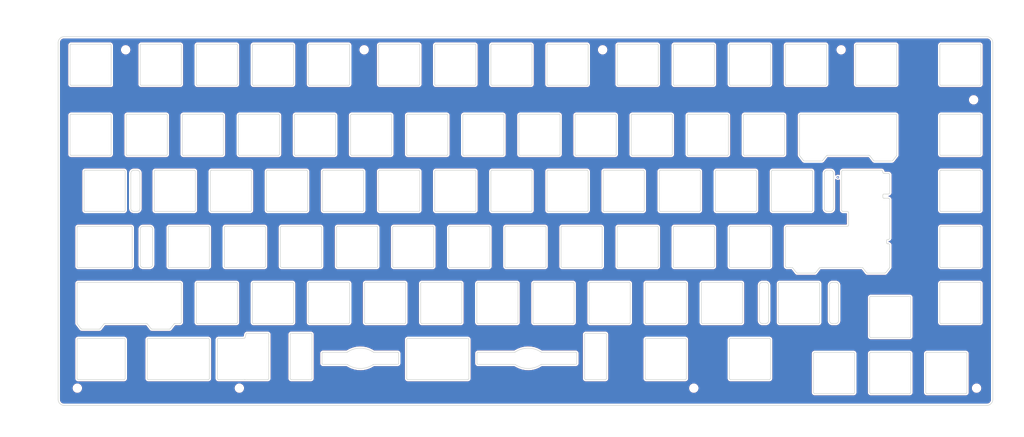
<source format=kicad_pcb>
(kicad_pcb (version 20211014) (generator pcbnew)
  (layers (0 "F.Cu" signal) (31 "B.Cu" signal) (34 "B.Paste" user) (35 "F.Paste" user) (36 "B.SilkS" user "B.Silkscreen") (37 "F.SilkS" user "F.Silkscreen") (38 "B.Mask" user) (39 "F.Mask" user) (44 "Edge.Cuts" user))
  (net 0 "")
  (footprint "silkart:ssmal lck" (layer "F.Cu") (at 153.7239 144.0085)
    (fp_text reference "G***" hide)
    (fp_text value "LOGO" hide)
  )
  (footprint "MountingHole:MountingHole_2.2mm_M2" (layer "F.Cu") (at 219.050167 159.394163)
    (fp_text reference "REF**")
    (fp_text value "MountingHole_2.2mm_M2")
    (pad "" np_thru_hole circle locked (at 0 0) (size 2.2 2.2) (drill 2.2) (layers *.Cu *.Mask))
  )
  (footprint "MountingHole:MountingHole_2.2mm_M2" (layer "F.Cu") (at 26.184817 44.394163)
    (fp_text reference "REF**")
    (fp_text value "MountingHole_2.2mm_M2")
    (pad "" np_thru_hole circle locked (at 0 0) (size 2.2 2.2) (drill 2.2) (layers *.Cu *.Mask))
  )
  (footprint "MountingHole:MountingHole_2.2mm_M2" (layer "F.Cu") (at 107.144817 44.394163)
    (fp_text reference "REF**")
    (fp_text value "MountingHole_2.2mm_M2")
    (pad "" np_thru_hole circle locked (at 0 0) (size 2.2 2.2) (drill 2.2) (layers *.Cu *.Mask))
  )
  (footprint "MountingHole:MountingHole_2.2mm_M2" (layer "F.Cu") (at 315.050167 159.394163)
    (fp_text reference "REF**")
    (fp_text value "MountingHole_2.2mm_M2")
    (pad "" np_thru_hole circle locked (at 0 0) (size 2.2 2.2) (drill 2.2) (layers *.Cu *.Mask))
  )
  (footprint "MountingHole:MountingHole_2.2mm_M2" (layer "F.Cu") (at 9.774817 159.394163)
    (fp_text reference "REF**")
    (fp_text value "MountingHole_2.2mm_M2")
    (pad "" np_thru_hole circle locked (at 0 0) (size 2.2 2.2) (drill 2.2) (layers *.Cu *.Mask))
  )
  (footprint "MountingHole:MountingHole_2.2mm_M2" (layer "F.Cu") (at 188.104817 44.394163)
    (fp_text reference "REF**")
    (fp_text value "MountingHole_2.2mm_M2")
    (pad "" np_thru_hole circle locked (at 0 0) (size 2.2 2.2) (drill 2.2) (layers *.Cu *.Mask))
  )
  (footprint "MountingHole:MountingHole_2.2mm_M2" (layer "F.Cu") (at 269.074817 44.394163)
    (fp_text reference "REF**")
    (fp_text value "MountingHole_2.2mm_M2")
    (pad "" np_thru_hole circle locked (at 0 0) (size 2.2 2.2) (drill 2.2) (layers *.Cu *.Mask))
  )
  (footprint "MountingHole:MountingHole_2.2mm_M2" (layer "F.Cu") (at 64.774817 159.394163)
    (fp_text reference "REF**")
    (fp_text value "MountingHole_2.2mm_M2")
    (pad "" np_thru_hole circle locked (at 0 0) (size 2.2 2.2) (drill 2.2) (layers *.Cu *.Mask))
  )
  (footprint "MountingHole:MountingHole_2.2mm_M2" (layer "F.Cu") (at 314.050167 61.394163)
    (fp_text reference "REF**")
    (fp_text value "MountingHole_2.2mm_M2")
    (pad "" np_thru_hole circle locked (at 0 0) (size 2.2 2.2) (drill 2.2) (layers *.Cu *.Mask))
  )
  (footprint "MountingHole:MountingHole_2.2mm_M2" (layer "F.Cu") (at 9.774817 159.394163)
    (fp_text reference "REF**")
    (fp_text value "MountingHole_2.2mm_M2")
    (pad "" np_thru_hole circle locked (at 0 0) (size 2.2 2.2) (drill 2.2) (layers *.Cu *.Mask))
  )
  (gr_arc (start 250.6635 118.3825) (mid 250.309947 118.236053) (end 250.1635 117.8825) (layer "Edge.Cuts") (width 0.2))
  (gr_line (start 252.395929 118.3825) (end 250.6635 118.3825) (layer "Edge.Cuts") (width 0.2))
  (gr_line (start 250.1635 104.8825) (end 250.1635 117.8825) (layer "Edge.Cuts") (width 0.2))
  (gr_arc (start 250.1635 104.8825) (mid 250.309947 104.528947) (end 250.6635 104.3825) (layer "Edge.Cuts") (width 0.2))
  (gr_line (start 250.6635 104.3825) (end 271.195259 104.382509) (layer "Edge.Cuts") (width 0.2))
  (gr_arc (start 252.395929 118.3825) (mid 252.528018 118.413144) (end 252.633121 118.498816) (layer "Edge.Cuts") (width 0.2))
  (gr_arc (start 26.0382 156.08228) (mid 25.921043 156.365123) (end 25.6382 156.48228) (layer "Edge.Cuts") (width 0.2))
  (gr_line (start 54.9012 98.9321) (end 54.9012 85.7329) (layer "Edge.Cuts") (width 0.2))
  (gr_arc (start 231.5135 56.4698) (mid 231.230657 56.352643) (end 231.1135 56.0698) (layer "Edge.Cuts") (width 0.2))
  (gr_arc (start 101.483939 147.115033) (mid 105.84932 145.781663) (end 110.214701 147.115033) (layer "Edge.Cuts") (width 0.2))
  (gr_arc (start 244.467344 136.4322) (mid 244.174451 137.139307) (end 243.467344 137.4322) (layer "Edge.Cuts") (width 0.2))
  (gr_arc (start 110.2147 151.38292) (mid 105.849319 152.71629) (end 101.483939 151.382919) (layer "Edge.Cuts") (width 0.2))
  (gr_line (start 140.6265 79.8821) (end 140.6265 66.6829) (layer "Edge.Cuts") (width 0.2))
  (gr_line (start 273.6885 147.6453) (end 273.6885 160.84477) (layer "Edge.Cuts") (width 0.2))
  (gr_arc (start 73.263 104.3829) (mid 73.545843 104.500057) (end 73.663 104.7829) (layer "Edge.Cuts") (width 0.2))
  (gr_line (start 26.0382 142.8828) (end 26.0382 156.08228) (layer "Edge.Cuts") (width 0.2))
  (gr_arc (start 110.438203 147.1833) (mid 110.321355 147.165853) (end 110.214701 147.115033) (layer "Edge.Cuts") (width 0.2))
  (gr_line (start 262.49163 82.202914) (end 256.607939 82.202914) (layer "Edge.Cuts") (width 0.2))
  (gr_arc (start 173.6755 79.8821) (mid 173.558343 80.164943) (end 173.2755 80.2821) (layer "Edge.Cuts") (width 0.2))
  (gr_arc (start 154.9135 104.7829) (mid 155.030657 104.500057) (end 155.3135 104.3829) (layer "Edge.Cuts") (width 0.2))
  (gr_arc (start 292.7385 160.84477) (mid 292.621343 161.127613) (end 292.3385 161.24477) (layer "Edge.Cuts") (width 0.2))
  (gr_arc (start 102.5248 66.6829) (mid 102.641957 66.400057) (end 102.9248 66.2829) (layer "Edge.Cuts") (width 0.2))
  (gr_arc (start 164.8385 137.4323) (mid 164.555657 137.315143) (end 164.4385 137.0323) (layer "Edge.Cuts") (width 0.2))
  (gr_line (start 54.213 118.3821) (end 41.0137 118.3821) (layer "Edge.Cuts") (width 0.2))
  (gr_line (start 49.4505 99.3321) (end 36.2512 99.3321) (layer "Edge.Cuts") (width 0.2))
  (gr_line (start 179.348851 147.5833) (end 179.348851 150.914653) (layer "Edge.Cuts") (width 0.2))
  (gr_arc (start 179.1265 80.2821) (mid 178.843657 80.164943) (end 178.7265 79.8821) (layer "Edge.Cuts") (width 0.2))
  (gr_line (start 117.2135 104.3829) (end 130.4135 104.3829) (layer "Edge.Cuts") (width 0.2))
  (gr_arc (start 150.5515 56.4698) (mid 150.268657 56.352643) (end 150.1515 56.0698) (layer "Edge.Cuts") (width 0.2))
  (gr_arc (start 302.5515 42.8708) (mid 302.668657 42.587957) (end 302.9515 42.4708) (layer "Edge.Cuts") (width 0.2))
  (gr_arc (start 292.7385 141.7948) (mid 292.621343 142.077643) (end 292.3385 142.1948) (layer "Edge.Cuts") (width 0.2))
  (gr_line (start 63.738 56.4698) (end 50.5387 56.4698) (layer "Edge.Cuts") (width 0.2))
  (gr_line (start 92.313 118.3821) (end 79.1137 118.3821) (layer "Edge.Cuts") (width 0.2))
  (gr_line (start 17.22228 139.353014) (end 11.338589 139.353014) (layer "Edge.Cuts") (width 0.2))
  (gr_arc (start 74.4 140.757292) (mid 74.682843 140.874449) (end 74.8 141.157292) (layer "Edge.Cuts") (width 0.2))
  (gr_arc (start 97.7637 104.7829) (mid 97.880857 104.500057) (end 98.1637 104.3829) (layer "Edge.Cuts") (width 0.2))
  (gr_arc (start 106.6005 85.3329) (mid 106.883343 85.450057) (end 107.0005 85.7329) (layer "Edge.Cuts") (width 0.2))
  (gr_line (start 59.3755 66.6829) (end 59.3755 79.8821) (layer "Edge.Cuts") (width 0.2))
  (gr_arc (start 83.4762 66.6829) (mid 83.593357 66.400057) (end 83.8762 66.2829) (layer "Edge.Cuts") (width 0.2))
  (gr_arc (start 311.3885 147.2453) (mid 311.671343 147.362457) (end 311.7885 147.6453) (layer "Edge.Cuts") (width 0.2))
  (gr_line (start 255.008029 80.390239) (end 256.291683 82.047826) (layer "Edge.Cuts") (width 0.2))
  (gr_arc (start 135.5755 79.8821) (mid 135.458343 80.164943) (end 135.1755 80.2821) (layer "Edge.Cuts") (width 0.2))
  (gr_line (start 142.7195 156.08228) (end 142.7195 142.8828) (layer "Edge.Cuts") (width 0.2))
  (gr_arc (start 20.8757 42.4708) (mid 21.158543 42.587957) (end 21.2757 42.8708) (layer "Edge.Cuts") (width 0.2))
  (gr_arc (start 240.3505 98.9321) (mid 240.233343 99.214943) (end 239.9505 99.3321) (layer "Edge.Cuts") (width 0.2))
  (gr_line (start 131.1015 98.9321) (end 131.1015 85.7329) (layer "Edge.Cuts") (width 0.2))
  (gr_line (start 126.7385 123.4329) (end 139.9385 123.4329) (layer "Edge.Cuts") (width 0.2))
  (gr_arc (start 136.2635 118.3821) (mid 135.980657 118.264943) (end 135.8635 117.9821) (layer "Edge.Cuts") (width 0.2))
  (gr_line (start 10.05741 142.4828) (end 25.6382 142.4828) (layer "Edge.Cuts") (width 0.2))
  (gr_arc (start 226.3515 85.7329) (mid 226.468657 85.450057) (end 226.7515 85.3329) (layer "Edge.Cuts") (width 0.2))
  (gr_arc (start 285.59525 108.3575) (mid 285.448803 108.711053) (end 285.09525 108.8575) (layer "Edge.Cuts") (width 0.2))
  (gr_arc (start 298.1885 161.24477) (mid 297.905657 161.127613) (end 297.7885 160.84477) (layer "Edge.Cuts") (width 0.2))
  (gr_arc (start 112.0515 42.8708) (mid 112.168657 42.587957) (end 112.4515 42.4708) (layer "Edge.Cuts") (width 0.2))
  (gr_arc (start 45.7762 80.2821) (mid 45.493357 80.164943) (end 45.3762 79.8821) (layer "Edge.Cuts") (width 0.2))
  (gr_arc (start 167.39619 147.1833) (mid 167.279342 147.165853) (end 167.172688 147.115033) (layer "Edge.Cuts") (width 0.2))
  (gr_line (start 87.5505 99.3321) (end 74.3512 99.3321) (layer "Edge.Cuts") (width 0.2))
  (gr_line (start 216.1385 137.4323) (end 202.9385 137.4323) (layer "Edge.Cuts") (width 0.2))
  (gr_line (start 231.1135 56.0698) (end 231.1135 42.8708) (layer "Edge.Cuts") (width 0.2))
  (gr_arc (start 97.0755 66.2829) (mid 97.358343 66.400057) (end 97.4755 66.6829) (layer "Edge.Cuts") (width 0.2))
  (gr_arc (start 178.0385 123.4329) (mid 178.321343 123.550057) (end 178.4385 123.8329) (layer "Edge.Cuts") (width 0.2))
  (gr_arc (start 182.8005 85.3329) (mid 183.083343 85.450057) (end 183.2005 85.7329) (layer "Edge.Cuts") (width 0.2))
  (gr_arc (start 69.1887 42.8708) (mid 69.305857 42.587957) (end 69.5887 42.4708) (layer "Edge.Cuts") (width 0.2))
  (gr_line (start 164.8385 123.4329) (end 178.0385 123.4329) (layer "Edge.Cuts") (width 0.2))
  (gr_line (start 64.138 42.8708) (end 64.138 56.0698) (layer "Edge.Cuts") (width 0.2))
  (gr_arc (start 34.349458 104.3829) (mid 35.056565 104.675793) (end 35.349458 105.3829) (layer "Edge.Cuts") (width 0.2))
  (gr_line (start 144.7005 99.3321) (end 131.5015 99.3321) (layer "Edge.Cuts") (width 0.2))
  (gr_arc (start 50.5387 137.4323) (mid 50.255857 137.315143) (end 50.1387 137.0323) (layer "Edge.Cuts") (width 0.2))
  (gr_arc (start 285.59525 92.9195) (mid 285.448803 93.273053) (end 285.09525 93.4195) (layer "Edge.Cuts") (width 0.2))
  (gr_line (start 93.4012 85.3329) (end 106.6005 85.3329) (layer "Edge.Cuts") (width 0.2))
  (gr_line (start 279.1385 128.1954) (end 292.3385 128.1954) (layer "Edge.Cuts") (width 0.2))
  (gr_arc (start 183.4885 123.8329) (mid 183.605657 123.550057) (end 183.8885 123.4329) (layer "Edge.Cuts") (width 0.2))
  (gr_arc (start 320.550167 163.244163) (mid 319.964381 164.658377) (end 318.550167 165.244163) (layer "Edge.Cuts") (width 0.2))
  (gr_line (start 5.274817 165.244163) (end 318.550167 165.244163) (layer "Edge.Cuts") (width 0.2))
  (gr_line (start 183.8885 123.4329) (end 197.0885 123.4329) (layer "Edge.Cuts") (width 0.2))
  (gr_arc (start 158.441926 147.115033) (mid 162.807307 145.781663) (end 167.172688 147.115033) (layer "Edge.Cuts") (width 0.2))
  (gr_arc (start 26.0382 98.9321) (mid 25.921043 99.214943) (end 25.6382 99.3321) (layer "Edge.Cuts") (width 0.2))
  (gr_arc (start 130.8135 117.9821) (mid 130.696343 118.264943) (end 130.4135 118.3821) (layer "Edge.Cuts") (width 0.2))
  (gr_line (start 267.22958 123.433) (end 266.096656 123.433) (layer "Edge.Cuts") (width 0.2))
  (gr_line (start 202.5385 137.0323) (end 202.5385 123.8329) (layer "Edge.Cuts") (width 0.2))
  (gr_arc (start 226.0635 117.9821) (mid 225.946343 118.264943) (end 225.6635 118.3821) (layer "Edge.Cuts") (width 0.2))
  (gr_line (start 74.8 141.157292) (end 74.8 143.9531) (layer "Edge.Cuts") (width 0.2))
  (gr_arc (start 28.4194 117.9821) (mid 28.302243 118.264943) (end 28.0194 118.3821) (layer "Edge.Cuts") (width 0.2))
  (gr_arc (start 316.1505 123.4329) (mid 316.433343 123.550057) (end 316.5505 123.8329) (layer "Edge.Cuts") (width 0.2))
  (gr_arc (start 154.2255 66.2829) (mid 154.508343 66.400057) (end 154.6255 66.6829) (layer "Edge.Cuts") (width 0.2))
  (gr_line (start 125.6505 56.4698) (end 112.4515 56.4698) (layer "Edge.Cuts") (width 0.2))
  (gr_line (start 283.214 86.0195) (end 283.214 85.8325) (layer "Edge.Cuts") (width 0.2))
  (gr_arc (start 68.9005 98.9321) (mid 68.783343 99.214943) (end 68.5005 99.3321) (layer "Edge.Cuts") (width 0.2))
  (gr_arc (start 282.714 85.3325) (mid 283.067553 85.478947) (end 283.214 85.8325) (layer "Edge.Cuts") (width 0.2))
  (gr_arc (start 125.6505 42.4708) (mid 125.933343 42.587957) (end 126.0505 42.8708) (layer "Edge.Cuts") (width 0.2))
  (gr_line (start 192.7255 66.6829) (end 192.7255 79.8821) (layer "Edge.Cuts") (width 0.2))
  (gr_line (start 10.05741 104.3829) (end 28.0194 104.3829) (layer "Edge.Cuts") (width 0.2))
  (gr_line (start 240.3505 85.7329) (end 240.3505 98.9321) (layer "Edge.Cuts") (width 0.2))
  (gr_line (start 31.4887 42.4708) (end 44.688 42.4708) (layer "Edge.Cuts") (width 0.2))
  (gr_arc (start 82.788 42.4708) (mid 83.070843 42.587957) (end 83.188 42.8708) (layer "Edge.Cuts") (width 0.2))
  (gr_arc (start 25.6382 85.3329) (mid 25.921043 85.450057) (end 26.0382 85.7329) (layer "Edge.Cuts") (width 0.2))
  (gr_arc (start 202.5385 142.8828) (mid 202.655657 142.599957) (end 202.9385 142.4828) (layer "Edge.Cuts") (width 0.2))
  (gr_arc (start 35.139354 139.353014) (mid 34.963236 139.312155) (end 34.823098 139.197926) (layer "Edge.Cuts") (width 0.2))
  (gr_line (start 278.7385 141.7948) (end 278.7385 128.5954) (layer "Edge.Cuts") (width 0.2))
  (gr_line (start 49.8505 85.7329) (end 49.8505 98.9321) (layer "Edge.Cuts") (width 0.2))
  (gr_arc (start 182.385157 156.48228) (mid 182.102314 156.365123) (end 181.985157 156.08228) (layer "Edge.Cuts") (width 0.2))
  (gr_arc (start 59.3755 79.8821) (mid 59.258343 80.164943) (end 58.9755 80.2821) (layer "Edge.Cuts") (width 0.2))
  (gr_arc (start 110.214701 151.38292) (mid 110.321355 151.3321) (end 110.438203 151.314653) (layer "Edge.Cuts") (width 0.2))
  (gr_line (start 64.138 123.8329) (end 64.138 137.0323) (layer "Edge.Cuts") (width 0.2))
  (gr_arc (start 45.08835 136.9329) (mid 44.941903 137.286453) (end 44.58835 137.4329) (layer "Edge.Cuts") (width 0.2))
  (gr_line (start 78.7137 117.9821) (end 78.7137 104.7829) (layer "Edge.Cuts") (width 0.2))
  (gr_arc (start 125.6505 85.3329) (mid 125.933343 85.450057) (end 126.0505 85.7329) (layer "Edge.Cuts") (width 0.2))
  (gr_arc (start 107.2885 123.8329) (mid 107.405657 123.550057) (end 107.6885 123.4329) (layer "Edge.Cuts") (width 0.2))
  (gr_arc (start 164.4385 123.8329) (mid 164.555657 123.550057) (end 164.8385 123.4329) (layer "Edge.Cuts") (width 0.2))
  (gr_arc (start 50.5387 56.4698) (mid 50.255857 56.352643) (end 50.1387 56.0698) (layer "Edge.Cuts") (width 0.2))
  (gr_line (start 302.9515 42.4708) (end 316.1505 42.4708) (layer "Edge.Cuts") (width 0.2))
  (gr_arc (start 265.096656 124.433) (mid 265.389549 123.725893) (end 266.096656 123.433) (layer "Edge.Cuts") (width 0.2))
  (gr_line (start 101.838 56.4698) (end 88.6387 56.4698) (layer "Edge.Cuts") (width 0.2))
  (gr_line (start 198.1765 66.2829) (end 211.3755 66.2829) (layer "Edge.Cuts") (width 0.2))
  (gr_arc (start 261.673633 118.537188) (mid 261.813771 118.422959) (end 261.989889 118.3821) (layer "Edge.Cuts") (width 0.2))
  (gr_line (start 221.9885 123.4329) (end 235.1885 123.4329) (layer "Edge.Cuts") (width 0.2))
  (gr_arc (start 280.408704 82.202914) (mid 280.232586 82.162055) (end 280.092448 82.047826) (layer "Edge.Cuts") (width 0.2))
  (gr_arc (start 79.1137 118.3821) (mid 78.830857 118.264943) (end 78.7137 117.9821) (layer "Edge.Cuts") (width 0.2))
  (gr_line (start 118.880282 150.914653) (end 118.880282 147.5833) (layer "Edge.Cuts") (width 0.2))
  (gr_arc (start 20.8757 66.2829) (mid 21.158543 66.400057) (end 21.2757 66.6829) (layer "Edge.Cuts") (width 0.2))
  (gr_arc (start 236.2765 80.2821) (mid 235.993657 80.164943) (end 235.8765 79.8821) (layer "Edge.Cuts") (width 0.2))
  (gr_line (start 121.5745 79.8821) (end 121.5745 66.6829) (layer "Edge.Cuts") (width 0.2))
  (gr_arc (start 256.607939 82.202914) (mid 256.431821 82.162055) (end 256.291683 82.047826) (layer "Edge.Cuts") (width 0.2))
  (gr_arc (start 25.6382 142.4828) (mid 25.921043 142.599957) (end 26.0382 142.8828) (layer "Edge.Cuts") (width 0.2))
  (gr_arc (start 149.8635 117.9821) (mid 149.746343 118.264943) (end 149.4635 118.3821) (layer "Edge.Cuts") (width 0.2))
  (gr_line (start 31.0887 56.0698) (end 31.0887 42.8708) (layer "Edge.Cuts") (width 0.2))
  (gr_line (start 73.263 118.3821) (end 60.0637 118.3821) (layer "Edge.Cuts") (width 0.2))
  (gr_arc (start 66.73433 142.178071) (mid 66.592713 142.397529) (end 66.345841 142.4828) (layer "Edge.Cuts") (width 0.2))
  (gr_line (start 164.4385 137.0323) (end 164.4385 123.8329) (layer "Edge.Cuts") (width 0.2))
  (gr_line (start 207.0135 104.7829) (end 207.0135 117.9821) (layer "Edge.Cuts") (width 0.2))
  (gr_arc (start 107.6885 137.4323) (mid 107.405657 137.315143) (end 107.2885 137.0323) (layer "Edge.Cuts") (width 0.2))
  (gr_arc (start 169.2015 42.8708) (mid 169.318657 42.587957) (end 169.6015 42.4708) (layer "Edge.Cuts") (width 0.2))
  (gr_arc (start 211.7755 79.8821) (mid 211.658343 80.164943) (end 211.3755 80.2821) (layer "Edge.Cuts") (width 0.2))
  (gr_line (start 264.371439 80.2821) (end 278.528896 80.2821) (layer "Edge.Cuts") (width 0.2))
  (gr_line (start 231.5135 104.3829) (end 244.7135 104.3829) (layer "Edge.Cuts") (width 0.2))
  (gr_arc (start 193.4135 118.3821) (mid 193.130657 118.264943) (end 193.0135 117.9821) (layer "Edge.Cuts") (width 0.2))
  (gr_line (start 73.9512 98.9321) (end 73.9512 85.7329) (layer "Edge.Cuts") (width 0.2))
  (gr_arc (start 188.2515 85.7329) (mid 188.368657 85.450057) (end 188.6515 85.3329) (layer "Edge.Cuts") (width 0.2))
  (gr_line (start 225.6635 118.3821) (end 212.4635 118.3821) (layer "Edge.Cuts") (width 0.2))
  (gr_arc (start 302.9515 56.4698) (mid 302.668657 56.352643) (end 302.5515 56.0698) (layer "Edge.Cuts") (width 0.2))
  (gr_line (start 12.43866 85.3329) (end 25.6382 85.3329) (layer "Edge.Cuts") (width 0.2))
  (gr_line (start 264.345105 85.3329) (end 265.478029 85.3329) (layer "Edge.Cuts") (width 0.2))
  (gr_line (start 112.4515 42.4708) (end 125.6505 42.4708) (layer "Edge.Cuts") (width 0.2))
  (gr_arc (start 316.1505 85.3329) (mid 316.433343 85.450057) (end 316.5505 85.7329) (layer "Edge.Cuts") (width 0.2))
  (gr_line (start 26.7262 66.2829) (end 39.9255 66.2829) (layer "Edge.Cuts") (width 0.2))
  (gr_arc (start 207.3015 85.7329) (mid 207.418657 85.450057) (end 207.7015 85.3329) (layer "Edge.Cuts") (width 0.2))
  (gr_arc (start 278.7385 147.6453) (mid 278.855657 147.362457) (end 279.1385 147.2453) (layer "Edge.Cuts") (width 0.2))
  (gr_line (start 130.4135 118.3821) (end 117.2135 118.3821) (layer "Edge.Cuts") (width 0.2))
  (gr_line (start 163.7505 99.3321) (end 150.5515 99.3321) (layer "Edge.Cuts") (width 0.2))
  (gr_line (start 155.3135 104.3829) (end 168.5135 104.3829) (layer "Edge.Cuts") (width 0.2))
  (gr_arc (start 245.1135 156.08228) (mid 244.996343 156.365123) (end 244.7135 156.48228) (layer "Edge.Cuts") (width 0.2))
  (gr_arc (start 117.2135 118.3821) (mid 116.930657 118.264943) (end 116.8135 117.9821) (layer "Edge.Cuts") (width 0.2))
  (gr_arc (start 255.008029 80.390239) (mid 254.9458 80.274744) (end 254.924285 80.145327) (layer "Edge.Cuts") (width 0.2))
  (gr_arc (start 82.40982 156.48228) (mid 82.126977 156.365123) (end 82.00982 156.08228) (layer "Edge.Cuts") (width 0.2))
  (gr_line (start 116.5255 66.6829) (end 116.5255 79.8821) (layer "Edge.Cuts") (width 0.2))
  (gr_arc (start 54.9012 85.7329) (mid 55.018357 85.450057) (end 55.3012 85.3329) (layer "Edge.Cuts") (width 0.2))
  (gr_arc (start 225.6635 42.4708) (mid 225.946343 42.587957) (end 226.0635 42.8708) (layer "Edge.Cuts") (width 0.2))
  (gr_line (start 50.1387 137.0323) (end 50.1387 123.8329) (layer "Edge.Cuts") (width 0.2))
  (gr_arc (start 271.59525 103.982509) (mid 271.478096 104.265349) (end 271.195259 104.382509) (layer "Edge.Cuts") (width 0.2))
  (gr_arc (start 154.6255 79.8821) (mid 154.508343 80.164943) (end 154.2255 80.2821) (layer "Edge.Cuts") (width 0.2))
  (gr_line (start 211.3755 80.2821) (end 198.1765 80.2821) (layer "Edge.Cuts") (width 0.2))
  (gr_arc (start 121.9745 156.48228) (mid 121.691657 156.365123) (end 121.5745 156.08228) (layer "Edge.Cuts") (width 0.2))
  (gr_line (start 247.7825 137.0323) (end 247.7825 123.8329) (layer "Edge.Cuts") (width 0.2))
  (gr_line (start 250.5635 42.4708) (end 263.7635 42.4708) (layer "Edge.Cuts") (width 0.2))
  (gr_arc (start 140.6265 66.6829) (mid 140.743657 66.400057) (end 141.0265 66.2829) (layer "Edge.Cuts") (width 0.2))
  (gr_line (start 83.4762 79.8821) (end 83.4762 66.6829) (layer "Edge.Cuts") (width 0.2))
  (gr_arc (start 284.80825 110.2955) (mid 284.596118 110.207632) (end 284.50825 109.9955) (layer "Edge.Cuts") (width 0.2))
  (gr_arc (start 69.5887 56.4698) (mid 69.305857 56.352643) (end 69.1887 56.0698) (layer "Edge.Cuts") (width 0.2))
  (gr_line (start 302.5515 137.0323) (end 302.5515 123.8329) (layer "Edge.Cuts") (width 0.2))
  (gr_arc (start 118.480282 147.1833) (mid 118.763125 147.300457) (end 118.880282 147.5833) (layer "Edge.Cuts") (width 0.2))
  (gr_line (start 182.8005 56.4698) (end 169.6015 56.4698) (layer "Edge.Cuts") (width 0.2))
  (gr_line (start 69.1887 137.0323) (end 69.1887 123.8329) (layer "Edge.Cuts") (width 0.2))
  (gr_arc (start 112.0515 85.7329) (mid 112.168657 85.450057) (end 112.4515 85.3329) (layer "Edge.Cuts") (width 0.2))
  (gr_line (start 254.924285 80.145327) (end 254.924285 66.6829) (layer "Edge.Cuts") (width 0.2))
  (gr_line (start 276.463602 118.537188) (end 277.710898 120.147826) (layer "Edge.Cuts") (width 0.2))
  (gr_arc (start 302.5515 104.7829) (mid 302.668657 104.500057) (end 302.9515 104.3829) (layer "Edge.Cuts") (width 0.2))
  (gr_line (start 125.6505 99.3321) (end 112.4515 99.3321) (layer "Edge.Cuts") (width 0.2))
  (gr_line (start 58.9755 80.2821) (end 45.7762 80.2821) (layer "Edge.Cuts") (width 0.2))
  (gr_arc (start 178.4385 137.0323) (mid 178.321343 137.315143) (end 178.0385 137.4323) (layer "Edge.Cuts") (width 0.2))
  (gr_line (start 278.027155 120.302914) (end 283.910846 120.302914) (layer "Edge.Cuts") (width 0.2))
  (gr_arc (start 174.3635 118.3821) (mid 174.080657 118.264943) (end 173.9635 117.9821) (layer "Edge.Cuts") (width 0.2))
  (gr_arc (start 244.7135 42.4708) (mid 244.996343 42.587957) (end 245.1135 42.8708) (layer "Edge.Cuts") (width 0.2))
  (gr_arc (start 226.7515 99.3321) (mid 226.468657 99.214943) (end 226.3515 98.9321) (layer "Edge.Cuts") (width 0.2))
  (gr_line (start 244.467344 124.433) (end 244.467344 136.4322) (layer "Edge.Cuts") (width 0.2))
  (gr_line (start 245.1135 104.7829) (end 245.1135 117.9821) (layer "Edge.Cuts") (width 0.2))
  (gr_arc (start 242.334421 137.4322) (mid 241.627314 137.139307) (end 241.334421 136.4322) (layer "Edge.Cuts") (width 0.2))
  (gr_line (start 140.3385 123.8329) (end 140.3385 137.0323) (layer "Edge.Cuts") (width 0.2))
  (gr_arc (start 144.7005 85.3329) (mid 144.983343 85.450057) (end 145.1005 85.7329) (layer "Edge.Cuts") (width 0.2))
  (gr_line (start 248.1825 123.4329) (end 261.3815 123.4329) (layer "Edge.Cuts") (width 0.2))
  (gr_arc (start 67.008024 141.062021) (mid 67.149641 140.842563) (end 67.396513 140.757292) (layer "Edge.Cuts") (width 0.2))
  (gr_arc (start 189.026515 140.757292) (mid 189.309358 140.874449) (end 189.426515 141.157292) (layer "Edge.Cuts") (width 0.2))
  (gr_line (start 249.8755 66.6829) (end 249.8755 79.8821) (layer "Edge.Cuts") (width 0.2))
  (gr_line (start 42.853274 137.4329) (end 44.58835 137.4329) (layer "Edge.Cuts") (width 0.2))
  (gr_line (start 145.1005 42.8708) (end 145.1005 56.0698) (layer "Edge.Cuts") (width 0.2))
  (gr_line (start 197.4885 123.8329) (end 197.4885 137.0323) (layer "Edge.Cuts") (width 0.2))
  (gr_arc (start 297.7885 147.6453) (mid 297.905657 147.362457) (end 298.1885 147.2453) (layer "Edge.Cuts") (width 0.2))
  (gr_line (start 216.5385 123.8329) (end 216.5385 137.0323) (layer "Edge.Cuts") (width 0.2))
  (gr_line (start 106.6005 99.3321) (end 93.4012 99.3321) (layer "Edge.Cuts") (width 0.2))
  (gr_arc (start 9.654935 123.833) (mid 9.772092 123.550157) (end 10.054935 123.433) (layer "Edge.Cuts") (width 0.2))
  (gr_line (start 264.1635 42.8708) (end 264.1635 56.0698) (layer "Edge.Cuts") (width 0.2))
  (gr_line (start 31.0535 86.3329) (end 31.0535 98.3321) (layer "Edge.Cuts") (width 0.2))
  (gr_line (start 102.5248 79.8821) (end 102.5248 66.6829) (layer "Edge.Cuts") (width 0.2))
  (gr_arc (start 207.7015 99.3321) (mid 207.418657 99.214943) (end 207.3015 98.9321) (layer "Edge.Cuts") (width 0.2))
  (gr_arc (start 63.738 123.4329) (mid 64.020843 123.550057) (end 64.138 123.8329) (layer "Edge.Cuts") (width 0.2))
  (gr_arc (start 126.7385 137.4323) (mid 126.455657 137.315143) (end 126.3385 137.0323) (layer "Edge.Cuts") (width 0.2))
  (gr_arc (start 249.8755 79.8821) (mid 249.758343 80.164943) (end 249.4755 80.2821) (layer "Edge.Cuts") (width 0.2))
  (gr_arc (start 97.4755 79.8821) (mid 97.358343 80.164943) (end 97.0755 80.2821) (layer "Edge.Cuts") (width 0.2))
  (gr_line (start 178.948851 151.314653) (end 167.39619 151.314653) (layer "Edge.Cuts") (width 0.2))
  (gr_line (start 226.0635 42.8708) (end 226.0635 56.0698) (layer "Edge.Cuts") (width 0.2))
  (gr_arc (start 131.5015 99.3321) (mid 131.218657 99.214943) (end 131.1015 98.9321) (layer "Edge.Cuts") (width 0.2))
  (gr_arc (start 181.985157 141.157292) (mid 182.102314 140.874449) (end 182.385157 140.757292) (layer "Edge.Cuts") (width 0.2))
  (gr_line (start 83.8762 66.2829) (end 97.0755 66.2829) (layer "Edge.Cuts") (width 0.2))
  (gr_line (start 69.1887 56.0698) (end 69.1887 42.8708) (layer "Edge.Cuts") (width 0.2))
  (gr_line (start 59.6637 117.9821) (end 59.6637 104.7829) (layer "Edge.Cuts") (width 0.2))
  (gr_line (start 57.6825 156.48228) (end 66.6596 156.48228) (layer "Edge.Cuts") (width 0.2))
  (gr_line (start 26.0382 85.7329) (end 26.0382 98.9321) (layer "Edge.Cuts") (width 0.2))
  (gr_arc (start 269.714 99.3325) (mid 269.360447 99.186053) (end 269.214 98.8325) (layer "Edge.Cuts") (width 0.2))
  (gr_arc (start 17.538536 139.197926) (mid 17.398398 139.312155) (end 17.22228 139.353014) (layer "Edge.Cuts") (width 0.2))
  (gr_line (start 44.688 56.4698) (end 31.4887 56.4698) (layer "Edge.Cuts") (width 0.2))
  (gr_arc (start 159.6765 66.6829) (mid 159.793657 66.400057) (end 160.0765 66.2829) (layer "Edge.Cuts") (width 0.2))
  (gr_arc (start 130.4135 104.3829) (mid 130.696343 104.500057) (end 130.8135 104.7829) (layer "Edge.Cuts") (width 0.2))
  (gr_line (start 34.349458 118.3821) (end 32.105602 118.3821) (layer "Edge.Cuts") (width 0.2))
  (gr_arc (start 69.5887 137.4323) (mid 69.305857 137.315143) (end 69.1887 137.0323) (layer "Edge.Cuts") (width 0.2))
  (gr_line (start 35.349458 105.3829) (end 35.349458 117.3821) (layer "Edge.Cuts") (width 0.2))
  (gr_line (start 271.59525 99.7325) (end 271.59525 103.982509) (layer "Edge.Cuts") (width 0.2))
  (gr_line (start 226.0635 104.7829) (end 226.0635 117.9821) (layer "Edge.Cuts") (width 0.2))
  (gr_arc (start 279.1385 142.1948) (mid 278.855657 142.077643) (end 278.7385 141.7948) (layer "Edge.Cuts") (width 0.2))
  (gr_arc (start 74.8 156.08228) (mid 74.682843 156.365123) (end 74.4 156.48228) (layer "Edge.Cuts") (width 0.2))
  (gr_line (start 193.0135 117.9821) (end 193.0135 104.7829) (layer "Edge.Cuts") (width 0.2))
  (gr_arc (start 63.738 42.4708) (mid 64.020843 42.587957) (end 64.138 42.8708) (layer "Edge.Cuts") (width 0.2))
  (gr_line (start 206.6135 118.3821) (end 193.4135 118.3821) (layer "Edge.Cuts") (width 0.2))
  (gr_arc (start 58.9755 66.2829) (mid 59.258343 66.400057) (end 59.3755 66.6829) (layer "Edge.Cuts") (width 0.2))
  (gr_line (start 187.5635 118.3821) (end 174.3635 118.3821) (layer "Edge.Cuts") (width 0.2))
  (gr_line (start 93.218358 151.314653) (end 101.260437 151.314653) (layer "Edge.Cuts") (width 0.2))
  (gr_line (start 26.3262 79.8821) (end 26.3262 66.6829) (layer "Edge.Cuts") (width 0.2))
  (gr_arc (start 273.6885 160.84477) (mid 273.571343 161.127613) (end 273.2885 161.24477) (layer "Edge.Cuts") (width 0.2))
  (gr_line (start 212.4635 104.3829) (end 225.6635 104.3829) (layer "Edge.Cuts") (width 0.2))
  (gr_line (start 183.2005 42.8708) (end 183.2005 56.0698) (layer "Edge.Cuts") (width 0.2))
  (gr_line (start 31.105602 117.3821) (end 31.105602 105.3829) (layer "Edge.Cuts") (width 0.2))
  (gr_line (start 82.00982 156.08228) (end 82.00982 141.157292) (layer "Edge.Cuts") (width 0.2))
  (gr_line (start 192.3255 80.2821) (end 179.1265 80.2821) (layer "Edge.Cuts") (width 0.2))
  (gr_arc (start 316.1505 42.4708) (mid 316.433343 42.587957) (end 316.5505 42.8708) (layer "Edge.Cuts") (width 0.2))
  (gr_line (start 169.2015 56.0698) (end 169.2015 42.8708) (layer "Edge.Cuts") (width 0.2))
  (gr_arc (start 267.22958 123.433) (mid 267.936687 123.725893) (end 268.22958 124.433) (layer "Edge.Cuts") (width 0.2))
  (gr_arc (start 73.663 117.9821) (mid 73.545843 118.264943) (end 73.263 118.3821) (layer "Edge.Cuts") (width 0.2))
  (gr_arc (start 287.9755 56.0698) (mid 287.858343 56.352643) (end 287.5755 56.4698) (layer "Edge.Cuts") (width 0.2))
  (gr_arc (start 269.214 85.8325) (mid 269.360447 85.478947) (end 269.714 85.3325) (layer "Edge.Cuts") (width 0.2))
  (gr_arc (start 261.7815 137.0323) (mid 261.664343 137.315143) (end 261.3815 137.4323) (layer "Edge.Cuts") (width 0.2))
  (gr_line (start 316.5505 85.7329) (end 316.5505 98.9321) (layer "Edge.Cuts") (width 0.2))
  (gr_arc (start 271.19525 99.3325) (mid 271.478093 99.449657) (end 271.59525 99.7325) (layer "Edge.Cuts") (width 0.2))
  (gr_arc (start 264.055183 80.437188) (mid 264.195321 80.322959) (end 264.371439 80.2821) (layer "Edge.Cuts") (width 0.2))
  (gr_arc (start 68.5005 85.3329) (mid 68.783343 85.450057) (end 68.9005 85.7329) (layer "Edge.Cuts") (width 0.2))
  (gr_line (start 28.0194 118.3821) (end 10.05741 118.3821) (layer "Edge.Cuts") (width 0.2))
  (gr_line (start 216.5385 142.8828) (end 216.5385 156.08228) (layer "Edge.Cuts") (width 0.2))
  (gr_line (start 221.3005 85.7329) (end 221.3005 98.9321) (layer "Edge.Cuts") (width 0.2))
  (gr_line (start 112.0515 56.0698) (end 112.0515 42.8708) (layer "Edge.Cuts") (width 0.2))
  (gr_arc (start 283.214 93.8195) (mid 283.331157 93.536657) (end 283.614 93.4195) (layer "Edge.Cuts") (width 0.2))
  (gr_arc (start 286.608652 82.047826) (mid 286.468514 82.162055) (end 286.292396 82.202914) (layer "Edge.Cuts") (width 0.2))
  (gr_arc (start 89.051178 140.757292) (mid 89.334021 140.874449) (end 89.451178 141.157292) (layer "Edge.Cuts") (width 0.2))
  (gr_line (start 316.5505 66.6829) (end 316.5505 79.8821) (layer "Edge.Cuts") (width 0.2))
  (gr_line (start 78.0255 80.2821) (end 64.8262 80.2821) (layer "Edge.Cuts") (width 0.2))
  (gr_arc (start 192.3255 66.2829) (mid 192.608343 66.400057) (end 192.7255 66.6829) (layer "Edge.Cuts") (width 0.2))
  (gr_line (start 149.8635 104.7829) (end 149.8635 117.9821) (layer "Edge.Cuts") (width 0.2))
  (gr_arc (start 206.6135 104.3829) (mid 206.896343 104.500057) (end 207.0135 104.7829) (layer "Edge.Cuts") (width 0.2))
  (gr_line (start 63.738 137.4323) (end 50.5387 137.4323) (layer "Edge.Cuts") (width 0.2))
  (gr_line (start 244.7135 118.3821) (end 231.5135 118.3821) (layer "Edge.Cuts") (width 0.2))
  (gr_line (start 3.274817 41.9454) (end 3.274817 163.244163) (layer "Edge.Cuts") (width 0.2))
  (gr_arc (start 262.807886 82.047826) (mid 262.667748 82.162055) (end 262.49163 82.202914) (layer "Edge.Cuts") (width 0.2))
  (gr_line (start 173.2755 80.2821) (end 160.0765 80.2821) (layer "Edge.Cuts") (width 0.2))
  (gr_arc (start 302.9515 80.2821) (mid 302.668657 80.164943) (end 302.5515 79.8821) (layer "Edge.Cuts") (width 0.2))
  (gr_arc (start 5.274817 165.244163) (mid 3.860603 164.658377) (end 3.274817 163.244163) (layer "Edge.Cuts") (width 0.2))
  (gr_arc (start 316.1505 66.2829) (mid 316.433343 66.400057) (end 316.5505 66.6829) (layer "Edge.Cuts") (width 0.2))
  (gr_line (start 88.2387 137.0323) (end 88.2387 123.8329) (layer "Edge.Cuts") (width 0.2))
  (gr_line (start 188.6515 85.3329) (end 201.8505 85.3329) (layer "Edge.Cuts") (width 0.2))
  (gr_line (start 64.8262 66.2829) (end 78.0255 66.2829) (layer "Edge.Cuts") (width 0.2))
  (gr_arc (start 316.1505 104.3829) (mid 316.433343 104.500057) (end 316.5505 104.7829) (layer "Edge.Cuts") (width 0.2))
  (gr_arc (start 49.4505 85.3329) (mid 49.733343 85.450057) (end 49.8505 85.7329) (layer "Edge.Cuts") (width 0.2))
  (gr_line (start 7.27615 79.8821) (end 7.27615 66.6829) (layer "Edge.Cuts") (width 0.2))
  (gr_line (start 121.2885 123.8329) (end 121.2885 137.0323) (layer "Edge.Cuts") (width 0.2))
  (gr_arc (start 193.0135 104.7829) (mid 193.130657 104.500057) (end 193.4135 104.3829) (layer "Edge.Cuts") (width 0.2))
  (gr_arc (start 220.9005 85.3329) (mid 221.183343 85.450057) (end 221.3005 85.7329) (layer "Edge.Cuts") (width 0.2))
  (gr_line (start 68.5005 99.3321) (end 55.3012 99.3321) (layer "Edge.Cuts") (width 0.2))
  (gr_line (start 163.7505 56.4698) (end 150.5515 56.4698) (layer "Edge.Cuts") (width 0.2))
  (gr_arc (start 216.8265 66.6829) (mid 216.943657 66.400057) (end 217.2265 66.2829) (layer "Edge.Cuts") (width 0.2))
  (gr_arc (start 285.09525 110.2955) (mid 285.448803 110.441947) (end 285.59525 110.7955) (layer "Edge.Cuts") (width 0.2))
  (gr_arc (start 126.0505 56.0698) (mid 125.933343 56.352643) (end 125.6505 56.4698) (layer "Edge.Cuts") (width 0.2))
  (gr_line (start 5.274817 39.9454) (end 318.550167 39.9454) (layer "Edge.Cuts") (width 0.2))
  (gr_arc (start 207.0135 56.0698) (mid 206.896343 56.352643) (end 206.6135 56.4698) (layer "Edge.Cuts") (width 0.2))
  (gr_line (start 173.6755 66.6829) (end 173.6755 79.8821) (layer "Edge.Cuts") (width 0.2))
  (gr_arc (start 292.3385 128.1954) (mid 292.621343 128.312557) (end 292.7385 128.5954) (layer "Edge.Cuts") (width 0.2))
  (gr_line (start 92.818358 147.5833) (end 92.818358 150.914653) (layer "Edge.Cuts") (width 0.2))
  (gr_line (start 21.2757 56.4698) (end 7.67615 56.4698) (layer "Edge.Cuts") (width 0.2))
  (gr_arc (start 142.7195 156.08228) (mid 142.602343 156.365123) (end 142.3195 156.48228) (layer "Edge.Cuts") (width 0.2))
  (gr_line (start 242.334421 123.433) (end 243.467344 123.433) (layer "Edge.Cuts") (width 0.2))
  (gr_line (start 131.5015 85.3329) (end 144.7005 85.3329) (layer "Edge.Cuts") (width 0.2))
  (gr_line (start 183.2005 85.7329) (end 183.2005 98.9321) (layer "Edge.Cuts") (width 0.2))
  (gr_arc (start 111.3635 104.3829) (mid 111.646343 104.500057) (end 111.7635 104.7829) (layer "Edge.Cuts") (width 0.2))
  (gr_line (start 261.7815 123.8329) (end 261.7815 137.0323) (layer "Edge.Cuts") (width 0.2))
  (gr_line (start 145.7885 123.4329) (end 158.9885 123.4329) (layer "Edge.Cuts") (width 0.2))
  (gr_line (start 239.9505 99.3321) (end 226.7515 99.3321) (layer "Edge.Cuts") (width 0.2))
  (gr_line (start 278.7385 160.84477) (end 278.7385 147.6453) (layer "Edge.Cuts") (width 0.2))
  (gr_line (start 33.4685 156.08228) (end 33.4685 142.8828) (layer "Edge.Cuts") (width 0.2))
  (gr_arc (start 318.550167 39.9454) (mid 319.964381 40.531186) (end 320.550167 41.9454) (layer "Edge.Cuts") (width 0.2))
  (gr_arc (start 159.3885 137.0323) (mid 159.271343 137.315143) (end 158.9885 137.4323) (layer "Edge.Cuts") (width 0.2))
  (gr_line (start 302.9515 66.2829) (end 316.1505 66.2829) (layer "Edge.Cuts") (width 0.2))
  (gr_arc (start 54.613 156.08228) (mid 54.495843 156.365123) (end 54.213 156.48228) (layer "Edge.Cuts") (width 0.2))
  (gr_arc (start 145.813718 151.314653) (mid 145.530875 151.197496) (end 145.413718 150.914653) (layer "Edge.Cuts") (width 0.2))
  (gr_arc (start 131.1015 85.7329) (mid 131.218657 85.450057) (end 131.5015 85.3329) (layer "Edge.Cuts") (width 0.2))
  (gr_arc (start 11.338589 139.353014) (mid 11.162471 139.312155) (end 11.022333 139.197926) (layer "Edge.Cuts") (width 0.2))
  (gr_line (start 107.0005 85.7329) (end 107.0005 98.9321) (layer "Edge.Cuts") (width 0.2))
  (gr_arc (start 163.7505 85.3329) (mid 164.033343 85.450057) (end 164.1505 85.7329) (layer "Edge.Cuts") (width 0.2))
  (gr_arc (start 249.4755 66.2829) (mid 249.758343 66.400057) (end 249.8755 66.6829) (layer "Edge.Cuts") (width 0.2))
  (gr_arc (start 54.613 117.9821) (mid 54.495843 118.264943) (end 54.213 118.3821) (layer "Edge.Cuts") (width 0.2))
  (gr_arc (start 93.218358 151.314653) (mid 92.935515 151.197496) (end 92.818358 150.914653) (layer "Edge.Cuts") (width 0.2))
  (gr_line (start 45.08835 136.9329) (end 45.08835 123.9329) (layer "Edge.Cuts") (width 0.2))
  (gr_line (start 87.9505 85.7329) (end 87.9505 98.9321) (layer "Edge.Cuts") (width 0.2))
  (gr_arc (start 231.5135 156.48228) (mid 231.230657 156.365123) (end 231.1135 156.08228) (layer "Edge.Cuts") (width 0.2))
  (gr_line (start 302.5515 79.8821) (end 302.5515 66.6829) (layer "Edge.Cuts") (width 0.2))
  (gr_arc (start 155.3135 118.3821) (mid 155.030657 118.264943) (end 154.9135 117.9821) (layer "Edge.Cuts") (width 0.2))
  (gr_arc (start 111.7635 117.9821) (mid 111.646343 118.264943) (end 111.3635 118.3821) (layer "Edge.Cuts") (width 0.2))
  (gr_arc (start 302.9515 118.3821) (mid 302.668657 118.264943) (end 302.5515 117.9821) (layer "Edge.Cuts") (width 0.2))
  (gr_arc (start 202.5385 123.8329) (mid 202.655657 123.550057) (end 202.9385 123.4329) (layer "Edge.Cuts") (width 0.2))
  (gr_line (start 201.8505 99.3321) (end 188.6515 99.3321) (layer "Edge.Cuts") (width 0.2))
  (gr_line (start 263.345105 98.3321) (end 263.345105 86.3329) (layer "Edge.Cuts") (width 0.2))
  (gr_arc (start 316.5505 56.0698) (mid 316.433343 56.352643) (end 316.1505 56.4698) (layer "Edge.Cuts") (width 0.2))
  (gr_line (start 283.614 93.4195) (end 285.09525 93.4195) (layer "Edge.Cuts") (width 0.2))
  (gr_line (start 98.1637 104.3829) (end 111.3635 104.3829) (layer "Edge.Cuts") (width 0.2))
  (gr_line (start 259.0005 99.3321) (end 245.8015 99.3321) (layer "Edge.Cuts") (width 0.2))
  (gr_arc (start 64.138 56.0698) (mid 64.020843 56.352643) (end 63.738 56.4698) (layer "Edge.Cuts") (width 0.2))
  (gr_line (start 178.0385 137.4323) (end 164.8385 137.4323) (layer "Edge.Cuts") (width 0.2))
  (gr_line (start 66.73433 142.178071) (end 67.008024 141.062021) (layer "Edge.Cuts") (width 0.2))
  (gr_arc (start 182.8005 42.4708) (mid 183.083343 42.587957) (end 183.2005 42.8708) (layer "Edge.Cuts") (width 0.2))
  (gr_arc (start 101.260437 151.314652) (mid 101.377285 151.332099) (end 101.483939 151.382919) (layer "Edge.Cuts") (width 0.2))
  (gr_arc (start 36.2512 99.3321) (mid 35.968357 99.214943) (end 35.8512 98.9321) (layer "Edge.Cuts") (width 0.2))
  (gr_arc (start 231.1135 142.8828) (mid 231.230657 142.599957) (end 231.5135 142.4828) (layer "Edge.Cuts") (width 0.2))
  (gr_arc (start 187.9635 117.9821) (mid 187.846343 118.264943) (end 187.5635 118.3821) (layer "Edge.Cuts") (width 0.2))
  (gr_line (start 285.09525 86.4195) (end 283.614 86.4195) (layer "Edge.Cuts") (width 0.2))
  (gr_line (start 66.345841 142.4828) (end 57.6825 142.4828) (layer "Edge.Cuts") (width 0.2))
  (gr_arc (start 131.1015 42.8708) (mid 131.218657 42.587957) (end 131.5015 42.4708) (layer "Edge.Cuts") (width 0.2))
  (gr_arc (start 221.5885 123.8329) (mid 221.705657 123.550057) (end 221.9885 123.4329) (layer "Edge.Cuts") (width 0.2))
  (gr_arc (start 268.22958 136.4322) (mid 267.936687 137.139307) (end 267.22958 137.4322) (layer "Edge.Cuts") (width 0.2))
  (gr_arc (start 235.8765 66.6829) (mid 235.993657 66.400057) (end 236.2765 66.2829) (layer "Edge.Cuts") (width 0.2))
  (gr_arc (start 12.03866 85.7329) (mid 12.155817 85.450057) (end 12.43866 85.3329) (layer "Edge.Cuts") (width 0.2))
  (gr_line (start 107.2885 137.0323) (end 107.2885 123.8329) (layer "Edge.Cuts") (width 0.2))
  (gr_line (start 268.22958 136.4322) (end 268.22958 124.433) (layer "Edge.Cuts") (width 0.2))
  (gr_line (start 18.785833 137.587288) (end 17.538536 139.197926) (layer "Edge.Cuts") (width 0.2))
  (gr_arc (start 202.2505 98.9321) (mid 202.133343 99.214943) (end 201.8505 99.3321) (layer "Edge.Cuts") (width 0.2))
  (gr_line (start 7.67615 66.2829) (end 20.8757 66.2829) (layer "Edge.Cuts") (width 0.2))
  (gr_arc (start 45.088 56.0698) (mid 44.970843 56.352643) (end 44.688 56.4698) (layer "Edge.Cuts") (width 0.2))
  (gr_arc (start 285.09525 94.8575) (mid 285.448803 95.003947) (end 285.59525 95.3575) (layer "Edge.Cuts") (width 0.2))
  (gr_arc (start 248.1825 137.4323) (mid 247.899657 137.315143) (end 247.7825 137.0323) (layer "Edge.Cuts") (width 0.2))
  (gr_line (start 243.467344 137.4322) (end 242.334421 137.4322) (layer "Edge.Cuts") (width 0.2))
  (gr_arc (start 212.4635 56.4698) (mid 212.180657 56.352643) (end 212.0635 56.0698) (layer "Edge.Cuts") (width 0.2))
  (gr_line (start 149.4635 118.3821) (end 136.2635 118.3821) (layer "Edge.Cuts") (width 0.2))
  (gr_arc (start 285.09525 86.4195) (mid 285.448803 86.565947) (end 285.59525 86.9195) (layer "Edge.Cuts") (width 0.2))
  (gr_line (start 33.575802 137.587288) (end 34.823098 139.197926) (layer "Edge.Cuts") (width 0.2))
  (gr_line (start 193.4135 42.4708) (end 206.6135 42.4708) (layer "Edge.Cuts") (width 0.2))
  (gr_line (start 9.65741 156.08228) (end 9.65741 142.8828) (layer "Edge.Cuts") (width 0.2))
  (gr_arc (start 167.172687 151.38292) (mid 162.807306 152.71629) (end 158.441926 151.382919) (layer "Edge.Cuts") (width 0.2))
  (gr_arc (start 211.3755 66.2829) (mid 211.658343 66.400057) (end 211.7755 66.6829) (layer "Edge.Cuts") (width 0.2))
  (gr_line (start 121.9745 66.2829) (end 135.1755 66.2829) (layer "Edge.Cuts") (width 0.2))
  (gr_line (start 39.9255 80.2821) (end 26.7262 80.2821) (layer "Edge.Cuts") (width 0.2))
  (gr_arc (start 121.5745 66.6829) (mid 121.691657 66.400057) (end 121.9745 66.2829) (layer "Edge.Cuts") (width 0.2))
  (gr_line (start 35.1201 123.4329) (end 10.054935 123.433) (layer "Edge.Cuts") (width 0.2))
  (gr_line (start 183.4885 137.0323) (end 183.4885 123.8329) (layer "Edge.Cuts") (width 0.2))
  (gr_arc (start 7.67615 80.2821) (mid 7.393307 80.164943) (end 7.27615 79.8821) (layer "Edge.Cuts") (width 0.2))
  (gr_line (start 235.5885 123.8329) (end 235.5885 137.0323) (layer "Edge.Cuts") (width 0.2))
  (gr_arc (start 247.7825 123.8329) (mid 247.899657 123.550057) (end 248.1825 123.4329) (layer "Edge.Cuts") (width 0.2))
  (gr_arc (start 9.738679 137.540339) (mid 9.67645 137.424844) (end 9.654935 137.295427) (layer "Edge.Cuts") (width 0.2))
  (gr_arc (start 10.05741 118.3821) (mid 9.774567 118.264943) (end 9.65741 117.9821) (layer "Edge.Cuts") (width 0.2))
  (gr_line (start 260.0885 147.2453) (end 273.2885 147.2453) (layer "Edge.Cuts") (width 0.2))
  (gr_line (start 193.4135 104.3829) (end 206.6135 104.3829) (layer "Edge.Cuts") (width 0.2))
  (gr_arc (start 87.5505 85.3329) (mid 87.833343 85.450057) (end 87.9505 85.7329) (layer "Edge.Cuts") (width 0.2))
  (gr_line (start 298.1885 147.2453) (end 311.3885 147.2453) (layer "Edge.Cuts") (width 0.2))
  (gr_line (start 68.9005 85.7329) (end 68.9005 98.9321) (layer "Edge.Cuts") (width 0.2))
  (gr_line (start 145.413718 150.914653) (end 145.413718 147.5833) (layer "Edge.Cuts") (width 0.2))
  (gr_line (start 69.5887 42.4708) (end 82.788 42.4708) (layer "Edge.Cuts") (width 0.2))
  (gr_arc (start 44.688 42.4708) (mid 44.970843 42.587957) (end 45.088 42.8708) (layer "Edge.Cuts") (width 0.2))
  (gr_line (start 216.8265 79.8821) (end 216.8265 66.6829) (layer "Edge.Cuts") (width 0.2))
  (gr_arc (start 276.147346 118.3821) (mid 276.323464 118.422959) (end 276.463602 118.537188) (layer "Edge.Cuts") (width 0.2))
  (gr_line (start 141.0265 66.2829) (end 154.2255 66.2829) (layer "Edge.Cuts") (width 0.2))
  (gr_line (start 9.65741 117.9821) (end 9.65741 104.7829) (layer "Edge.Cuts") (width 0.2))
  (gr_arc (start 216.1385 142.4828) (mid 216.421343 142.599957) (end 216.5385 142.8828) (layer "Edge.Cuts") (width 0.2))
  (gr_arc (start 193.4135 56.4698) (mid 193.130657 56.352643) (end 193.0135 56.0698) (layer "Edge.Cuts") (width 0.2))
  (gr_arc (start 178.7265 66.6829) (mid 178.843657 66.400057) (end 179.1265 66.2829) (layer "Edge.Cuts") (width 0.2))
  (gr_arc (start 89.451178 156.08228) (mid 89.334021 156.365123) (end 89.051178 156.48228) (layer "Edge.Cuts") (width 0.2))
  (gr_line (start 102.238 42.8708) (end 102.238 56.0698) (layer "Edge.Cuts") (width 0.2))
  (gr_line (start 25.6382 156.48228) (end 10.05741 156.48228) (layer "Edge.Cuts") (width 0.2))
  (gr_arc (start 101.838 42.4708) (mid 102.120843 42.587957) (end 102.238 42.8708) (layer "Edge.Cuts") (width 0.2))
  (gr_line (start 244.7135 156.48228) (end 231.5135 156.48228) (layer "Edge.Cuts") (width 0.2))
  (gr_line (start 231.5135 142.4828) (end 244.7135 142.4828) (layer "Edge.Cuts") (width 0.2))
  (gr_line (start 202.2505 85.7329) (end 202.2505 98.9321) (layer "Edge.Cuts") (width 0.2))
  (gr_arc (start 92.313 104.3829) (mid 92.595843 104.500057) (end 92.713 104.7829) (layer "Edge.Cuts") (width 0.2))
  (gr_line (start 145.1005 85.7329) (end 145.1005 98.9321) (layer "Edge.Cuts") (width 0.2))
  (gr_arc (start 41.339302 139.197926) (mid 41.199164 139.312155) (end 41.023046 139.353014) (layer "Edge.Cuts") (width 0.2))
  (gr_line (start 154.2255 80.2821) (end 141.0265 80.2821) (layer "Edge.Cuts") (width 0.2))
  (gr_arc (start 60.0637 118.3821) (mid 59.780857 118.264943) (end 59.6637 117.9821) (layer "Edge.Cuts") (width 0.2))
  (gr_line (start 33.8685 142.4828) (end 54.213 142.4828) (layer "Edge.Cuts") (width 0.2))
  (gr_arc (start 202.9385 156.48228) (mid 202.655657 156.365123) (end 202.5385 156.08228) (layer "Edge.Cuts") (width 0.2))
  (gr_arc (start 64.138 137.0323) (mid 64.020843 137.315143) (end 63.738 137.4323) (layer "Edge.Cuts") (width 0.2))
  (gr_arc (start 260.426336 120.147826) (mid 260.286198 120.262055) (end 260.11008 120.302914) (layer "Edge.Cuts") (width 0.2))
  (gr_line (start 197.7765 79.8821) (end 197.7765 66.6829) (layer "Edge.Cuts") (width 0.2))
  (gr_arc (start 82.00982 141.157292) (mid 82.126977 140.874449) (end 82.40982 140.757292) (layer "Edge.Cuts") (width 0.2))
  (gr_arc (start 164.1505 98.9321) (mid 164.033343 99.214943) (end 163.7505 99.3321) (layer "Edge.Cuts") (width 0.2))
  (gr_arc (start 169.2015 85.7329) (mid 169.318657 85.450057) (end 169.6015 85.3329) (layer "Edge.Cuts") (width 0.2))
  (gr_arc (start 158.441926 147.115033) (mid 158.335272 147.165853) (end 158.218424 147.1833) (layer "Edge.Cuts") (width 0.2))
  (gr_line (start 135.1755 80.2821) (end 121.9745 80.2821) (layer "Edge.Cuts") (width 0.2))
  (gr_arc (start 150.5515 99.3321) (mid 150.268657 99.214943) (end 150.1515 98.9321) (layer "Edge.Cuts") (width 0.2))
  (gr_line (start 121.5745 142.8828) (end 121.5745 156.08228) (layer "Edge.Cuts") (width 0.2))
  (gr_arc (start 244.7135 104.3829) (mid 244.996343 104.500057) (end 245.1135 104.7829) (layer "Edge.Cuts") (width 0.2))
  (gr_line (start 284.80825 108.8575) (end 285.09525 108.8575) (layer "Edge.Cuts") (width 0.2))
  (gr_arc (start 78.0255 66.2829) (mid 78.308343 66.400057) (end 78.4255 66.6829) (layer "Edge.Cuts") (width 0.2))
  (gr_arc (start 230.8255 79.8821) (mid 230.708343 80.164943) (end 230.4255 80.2821) (layer "Edge.Cuts") (width 0.2))
  (gr_arc (start 231.5135 118.3821) (mid 231.230657 118.264943) (end 231.1135 117.9821) (layer "Edge.Cuts") (width 0.2))
  (gr_line (start 259.6885 160.84477) (end 259.6885 147.6453) (layer "Edge.Cuts") (width 0.2))
  (gr_arc (start 197.4885 137.0323) (mid 197.371343 137.315143) (end 197.0885 137.4323) (layer "Edge.Cuts") (width 0.2))
  (gr_line (start 79.1137 104.3829) (end 92.313 104.3829) (layer "Edge.Cuts") (width 0.2))
  (gr_line (start 169.6015 42.4708) (end 182.8005 42.4708) (layer "Edge.Cuts") (width 0.2))
  (gr_line (start 245.4015 98.9321) (end 245.4015 85.7329) (layer "Edge.Cuts") (width 0.2))
  (gr_arc (start 116.8135 104.7829) (mid 116.930657 104.500057) (end 117.2135 104.3829) (layer "Edge.Cuts") (width 0.2))
  (gr_arc (start 92.818358 147.5833) (mid 92.935515 147.300457) (end 93.218358 147.1833) (layer "Edge.Cuts") (width 0.2))
  (gr_arc (start 207.0135 117.9821) (mid 206.896343 118.264943) (end 206.6135 118.3821) (layer "Edge.Cuts") (width 0.2))
  (gr_arc (start 316.5505 137.0323) (mid 316.433343 137.315143) (end 316.1505 137.4323) (layer "Edge.Cuts") (width 0.2))
  (gr_line (start 187.9635 104.7829) (end 187.9635 117.9821) (layer "Edge.Cuts") (width 0.2))
  (gr_line (start 261.989889 118.3821) (end 276.147346 118.3821) (layer "Edge.Cuts") (width 0.2))
  (gr_arc (start 284.50825 109.1575) (mid 284.596118 108.945368) (end 284.80825 108.8575) (layer "Edge.Cuts") (width 0.2))
  (gr_arc (start 107.0005 98.9321) (mid 106.883343 99.214943) (end 106.6005 99.3321) (layer "Edge.Cuts") (width 0.2))
  (gr_line (start 207.3015 98.9321) (end 207.3015 85.7329) (layer "Edge.Cuts") (width 0.2))
  (gr_line (start 131.1015 56.0698) (end 131.1015 42.8708) (layer "Edge.Cuts") (width 0.2))
  (gr_arc (start 245.1135 56.0698) (mid 244.996343 56.352643) (end 244.7135 56.4698) (layer "Edge.Cuts") (width 0.2))
  (gr_line (start 316.1505 56.4698) (end 302.9515 56.4698) (layer "Edge.Cuts") (width 0.2))
  (gr_line (start 261.673633 118.537188) (end 260.426336 120.147826) (layer "Edge.Cuts") (width 0.2))
  (gr_line (start 101.838 137.4323) (end 88.6387 137.4323) (layer "Edge.Cuts") (width 0.2))
  (gr_arc (start 40.3255 79.8821) (mid 40.208343 80.164943) (end 39.9255 80.2821) (layer "Edge.Cuts") (width 0.2))
  (gr_line (start 311.3885 161.24477) (end 298.1885 161.24477) (layer "Edge.Cuts") (width 0.2))
  (gr_arc (start 192.7255 79.8821) (mid 192.608343 80.164943) (end 192.3255 80.2821) (layer "Edge.Cuts") (width 0.2))
  (gr_arc (start 26.7262 80.2821) (mid 26.443357 80.164943) (end 26.3262 79.8821) (layer "Edge.Cuts") (width 0.2))
  (gr_line (start 55.3012 85.3329) (end 68.5005 85.3329) (layer "Edge.Cuts") (width 0.2))
  (gr_line (start 311.7885 147.6453) (end 311.7885 160.84477) (layer "Edge.Cuts") (width 0.2))
  (gr_arc (start 273.9765 42.8708) (mid 274.093657 42.587957) (end 274.3765 42.4708) (layer "Edge.Cuts") (width 0.2))
  (gr_arc (start 141.0265 80.2821) (mid 140.743657 80.164943) (end 140.6265 79.8821) (layer "Edge.Cuts") (width 0.2))
  (gr_arc (start 83.188 56.0698) (mid 83.070843 56.352643) (end 82.788 56.4698) (layer "Edge.Cuts") (width 0.2))
  (gr_arc (start 126.3385 123.8329) (mid 126.455657 123.550057) (end 126.7385 123.4329) (layer "Edge.Cuts") (width 0.2))
  (gr_arc (start 18.785833 137.587288) (mid 18.925971 137.473059) (end 19.102089 137.4322) (layer "Edge.Cuts") (width 0.2))
  (gr_arc (start 145.7885 137.4323) (mid 145.505657 137.315143) (end 145.3885 137.0323) (layer "Edge.Cuts") (width 0.2))
  (gr_line (start 178.7265 79.8821) (end 178.7265 66.6829) (layer "Edge.Cuts") (width 0.2))
  (gr_line (start 220.9005 99.3321) (end 207.7015 99.3321) (layer "Edge.Cuts") (width 0.2))
  (gr_arc (start 201.8505 85.3329) (mid 202.133343 85.450057) (end 202.2505 85.7329) (layer "Edge.Cuts") (width 0.2))
  (gr_arc (start 168.9135 117.9821) (mid 168.796343 118.264943) (end 168.5135 118.3821) (layer "Edge.Cuts") (width 0.2))
  (gr_arc (start 121.5745 142.8828) (mid 121.691657 142.599957) (end 121.9745 142.4828) (layer "Edge.Cuts") (width 0.2))
  (gr_line (start 193.0135 56.0698) (end 193.0135 42.8708) (layer "Edge.Cuts") (width 0.2))
  (gr_arc (start 50.1387 123.8329) (mid 50.255857 123.550057) (end 50.5387 123.4329) (layer "Edge.Cuts") (width 0.2))
  (gr_line (start 202.5385 156.08228) (end 202.5385 142.8828) (layer "Edge.Cuts") (width 0.2))
  (gr_line (start 265.096656 124.433) (end 265.096656 136.4322) (layer "Edge.Cuts") (width 0.2))
  (gr_line (start 158.218424 151.314653) (end 145.813718 151.314653) (layer "Edge.Cuts") (width 0.2))
  (gr_line (start 168.9135 104.7829) (end 168.9135 117.9821) (layer "Edge.Cuts") (width 0.2))
  (gr_line (start 189.426515 156.08228) (end 189.426515 141.157292) (layer "Edge.Cuts") (width 0.2))
  (gr_line (start 41.0137 104.3829) (end 54.213 104.3829) (layer "Edge.Cuts") (width 0.2))
  (gr_arc (start 221.9885 137.4323) (mid 221.705657 137.315143) (end 221.5885 137.0323) (layer "Edge.Cuts") (width 0.2))
  (gr_arc (start 216.5385 156.08228) (mid 216.421343 156.365123) (end 216.1385 156.48228) (layer "Edge.Cuts") (width 0.2))
  (gr_line (start 266.096656 137.4322) (end 267.22958 137.4322) (layer "Edge.Cuts") (width 0.2))
  (gr_arc (start 27.920576 86.3329) (mid 28.213469 85.625793) (end 28.920576 85.3329) (layer "Edge.Cuts") (width 0.2))
  (gr_arc (start 32.105602 118.3821) (mid 31.398495 118.089207) (end 31.105602 117.3821) (layer "Edge.Cuts") (width 0.2))
  (gr_arc (start 188.6515 99.3321) (mid 188.368657 99.214943) (end 188.2515 98.9321) (layer "Edge.Cuts") (width 0.2))
  (gr_arc (start 231.1135 42.8708) (mid 231.230657 42.587957) (end 231.5135 42.4708) (layer "Edge.Cuts") (width 0.2))
  (gr_line (start 316.1505 99.3321) (end 302.9515 99.3321) (layer "Edge.Cuts") (width 0.2))
  (gr_line (start 150.5515 42.4708) (end 163.7505 42.4708) (layer "Edge.Cuts") (width 0.2))
  (gr_arc (start 167.172688 151.38292) (mid 167.279342 151.3321) (end 167.39619 151.314653) (layer "Edge.Cuts") (width 0.2))
  (gr_arc (start 316.5505 79.8821) (mid 316.433343 80.164943) (end 316.1505 80.2821) (layer "Edge.Cuts") (width 0.2))
  (gr_line (start 236.2765 66.2829) (end 249.4755 66.2829) (layer "Edge.Cuts") (width 0.2))
  (gr_line (start 269.714 99.3325) (end 271.19525 99.3325) (layer "Edge.Cuts") (width 0.2))
  (gr_line (start 206.6135 56.4698) (end 193.4135 56.4698) (layer "Edge.Cuts") (width 0.2))
  (gr_arc (start 173.2755 66.2829) (mid 173.558343 66.400057) (end 173.6755 66.6829) (layer "Edge.Cuts") (width 0.2))
  (gr_line (start 207.7015 85.3329) (end 220.9005 85.3329) (layer "Edge.Cuts") (width 0.2))
  (gr_arc (start 260.0885 161.24477) (mid 259.805657 161.127613) (end 259.6885 160.84477) (layer "Edge.Cuts") (width 0.2))
  (gr_line (start 102.238 123.8329) (end 102.238 137.0323) (layer "Edge.Cuts") (width 0.2))
  (gr_line (start 35.8512 98.9321) (end 35.8512 85.7329) (layer "Edge.Cuts") (width 0.2))
  (gr_line (start 230.8255 66.6829) (end 230.8255 79.8821) (layer "Edge.Cuts") (width 0.2))
  (gr_arc (start 121.9745 80.2821) (mid 121.691657 80.164943) (end 121.5745 79.8821) (layer "Edge.Cuts") (width 0.2))
  (gr_line (start 69.5887 123.4329) (end 82.788 123.4329) (layer "Edge.Cuts") (width 0.2))
  (gr_line (start 116.1255 80.2821) (end 102.9248 80.2821) (layer "Edge.Cuts") (width 0.2))
  (gr_arc (start 163.7505 42.4708) (mid 164.033343 42.587957) (end 164.1505 42.8708) (layer "Edge.Cuts") (width 0.2))
  (gr_line (start 292.7385 128.5954) (end 292.7385 141.7948) (layer "Edge.Cuts") (width 0.2))
  (gr_line (start 89.451178 141.157292) (end 89.451178 156.08228) (layer "Edge.Cuts") (width 0.2))
  (gr_arc (start 179.348851 150.914653) (mid 179.231694 151.197496) (end 178.948851 151.314653) (layer "Edge.Cuts") (width 0.2))
  (gr_line (start 144.7005 56.4698) (end 131.5015 56.4698) (layer "Edge.Cuts") (width 0.2))
  (gr_arc (start 31.0535 98.3321) (mid 30.760607 99.039207) (end 30.0535 99.3321) (layer "Edge.Cuts") (width 0.2))
  (gr_arc (start 150.1515 85.7329) (mid 150.268657 85.450057) (end 150.5515 85.3329) (layer "Edge.Cuts") (width 0.2))
  (gr_line (start 158.9885 137.4323) (end 145.7885 137.4323) (layer "Edge.Cuts") (width 0.2))
  (gr_line (start 88.2387 56.0698) (end 88.2387 42.8708) (layer "Edge.Cuts") (width 0.2))
  (gr_arc (start 98.1637 118.3821) (mid 97.880857 118.264943) (end 97.7637 117.9821) (layer "Edge.Cuts") (width 0.2))
  (gr_line (start 32.105602 104.3829) (end 34.349458 104.3829) (layer "Edge.Cuts") (width 0.2))
  (gr_arc (start 112.4515 56.4698) (mid 112.168657 56.352643) (end 112.0515 56.0698) (layer "Edge.Cuts") (width 0.2))
  (gr_line (start 88.6387 42.4708) (end 101.838 42.4708) (layer "Edge.Cuts") (width 0.2))
  (gr_line (start 182.385157 156.48228) (end 189.026515 156.48228) (layer "Edge.Cuts") (width 0.2))
  (gr_line (start 20.8757 80.2821) (end 7.67615 80.2821) (layer "Edge.Cuts") (width 0.2))
  (gr_line (start 302.9515 104.3829) (end 316.1505 104.3829) (layer "Edge.Cuts") (width 0.2))
  (gr_line (start 182.385157 140.757292) (end 189.026515 140.757292) (layer "Edge.Cuts") (width 0.2))
  (gr_arc (start 33.4685 142.8828) (mid 33.585657 142.599957) (end 33.8685 142.4828) (layer "Edge.Cuts") (width 0.2))
  (gr_arc (start 212.0635 104.7829) (mid 212.180657 104.500057) (end 212.4635 104.3829) (layer "Edge.Cuts") (width 0.2))
  (gr_line (start 316.1505 80.2821) (end 302.9515 80.2821) (layer "Edge.Cuts") (width 0.2))
  (gr_arc (start 265.478029 85.3329) (mid 266.185136 85.625793) (end 266.478029 86.3329) (layer "Edge.Cuts") (width 0.2))
  (gr_arc (start 259.6885 147.6453) (mid 259.805657 147.362457) (end 260.0885 147.2453) (layer "Edge.Cuts") (width 0.2))
  (gr_line (start 89.051178 140.757292) (end 82.40982 140.757292) (layer "Edge.Cuts") (width 0.2))
  (gr_arc (start 78.7137 104.7829) (mid 78.830857 104.500057) (end 79.1137 104.3829) (layer "Edge.Cuts") (width 0.2))
  (gr_arc (start 287.5755 42.4708) (mid 287.858343 42.587957) (end 287.9755 42.8708) (layer "Edge.Cuts") (width 0.2))
  (gr_line (start 131.5015 42.4708) (end 144.7005 42.4708) (layer "Edge.Cuts") (width 0.2))
  (gr_arc (start 54.213 142.4828) (mid 54.495843 142.599957) (end 54.613 142.8828) (layer "Edge.Cuts") (width 0.2))
  (gr_line (start 226.3515 98.9321) (end 226.3515 85.7329) (layer "Edge.Cuts") (width 0.2))
  (gr_line (start 169.2015 98.9321) (end 169.2015 85.7329) (layer "Edge.Cuts") (width 0.2))
  (gr_arc (start 21.2757 79.8821) (mid 21.158543 80.164943) (end 20.8757 80.2821) (layer "Edge.Cuts") (width 0.2))
  (gr_arc (start 235.1885 123.4329) (mid 235.471343 123.550057) (end 235.5885 123.8329) (layer "Edge.Cuts") (width 0.2))
  (gr_line (start 111.3635 118.3821) (end 98.1637 118.3821) (layer "Edge.Cuts") (width 0.2))
  (gr_line (start 154.9135 117.9821) (end 154.9135 104.7829) (layer "Edge.Cuts") (width 0.2))
  (gr_arc (start 93.0012 85.7329) (mid 93.118357 85.450057) (end 93.4012 85.3329) (layer "Edge.Cuts") (width 0.2))
  (gr_arc (start 145.3885 123.8329) (mid 145.505657 123.550057) (end 145.7885 123.4329) (layer "Edge.Cuts") (width 0.2))
  (gr_arc (start 74.3512 99.3321) (mid 74.068357 99.214943) (end 73.9512 98.9321) (layer "Edge.Cuts") (width 0.2))
  (gr_arc (start 292.3385 147.2453) (mid 292.621343 147.362457) (end 292.7385 147.6453) (layer "Edge.Cuts") (width 0.2))
  (gr_line (start 30.0535 99.3321) (end 28.920576 99.3321) (layer "Edge.Cuts") (width 0.2))
  (gr_arc (start 169.6015 56.4698) (mid 169.318657 56.352643) (end 169.2015 56.0698) (layer "Edge.Cuts") (width 0.2))
  (gr_line (start 273.2885 161.24477) (end 260.0885 161.24477) (layer "Edge.Cuts") (width 0.2))
  (gr_arc (start 183.8885 137.4323) (mid 183.605657 137.315143) (end 183.4885 137.0323) (layer "Edge.Cuts") (width 0.2))
  (gr_arc (start 287.97605 80.145327) (mid 287.954535 80.274744) (end 287.892306 80.390239) (layer "Edge.Cuts") (width 0.2))
  (gr_arc (start 283.614 86.4195) (mid 283.331157 86.302343) (end 283.214 86.0195) (layer "Edge.Cuts") (width 0.2))
  (gr_arc (start 230.4255 66.2829) (mid 230.708343 66.400057) (end 230.8255 66.6829) (layer "Edge.Cuts") (width 0.2))
  (gr_arc (start 131.5015 56.4698) (mid 131.218657 56.352643) (end 131.1015 56.0698) (layer "Edge.Cuts") (width 0.2))
  (gr_arc (start 33.259546 137.4322) (mid 33.435664 137.473059) (end 33.575802 137.587288) (layer "Edge.Cuts") (width 0.2))
  (gr_line (start 21.2757 42.8708) (end 21.2757 56.4698) (layer "Edge.Cuts") (width 0.2))
  (gr_line (start 179.1265 66.2829) (end 192.3255 66.2829) (layer "Edge.Cuts") (width 0.2))
  (gr_line (start 316.5505 123.8329) (end 316.5505 137.0323) (layer "Edge.Cuts") (width 0.2))
  (gr_arc (start 302.5515 123.8329) (mid 302.668657 123.550057) (end 302.9515 123.4329) (layer "Edge.Cuts") (width 0.2))
  (gr_arc (start 198.1765 80.2821) (mid 197.893657 80.164943) (end 197.7765 79.8821) (layer "Edge.Cuts") (width 0.2))
  (gr_line (start 92.713 104.7829) (end 92.713 117.9821) (layer "Edge.Cuts") (width 0.2))
  (gr_line (start 73.663 104.7829) (end 73.663 117.9821) (layer "Edge.Cuts") (width 0.2))
  (gr_line (start 284.50825 109.9955) (end 284.50825 109.1575) (layer "Edge.Cuts") (width 0.2))
  (gr_arc (start 284.227102 120.147826) (mid 284.086964 120.262055) (end 283.910846 120.302914) (layer "Edge.Cuts") (width 0.2))
  (gr_arc (start 183.2005 56.0698) (mid 183.083343 56.352643) (end 182.8005 56.4698) (layer "Edge.Cuts") (width 0.2))
  (gr_line (start 252.633121 118.498816) (end 253.910133 120.147826) (layer "Edge.Cuts") (width 0.2))
  (gr_line (start 112.4515 85.3329) (end 125.6505 85.3329) (layer "Edge.Cuts") (width 0.2))
  (gr_line (start 116.8135 117.9821) (end 116.8135 104.7829) (layer "Edge.Cuts") (width 0.2))
  (gr_arc (start 169.6015 99.3321) (mid 169.318657 99.214943) (end 169.2015 98.9321) (layer "Edge.Cuts") (width 0.2))
  (gr_line (start 212.4635 42.4708) (end 225.6635 42.4708) (layer "Edge.Cuts") (width 0.2))
  (gr_line (start 135.8635 117.9821) (end 135.8635 104.7829) (layer "Edge.Cuts") (width 0.2))
  (gr_line (start 226.7515 85.3329) (end 239.9505 85.3329) (layer "Edge.Cuts") (width 0.2))
  (gr_arc (start 278.027154 120.302914) (mid 277.851036 120.262055) (end 277.710898 120.147826) (layer "Edge.Cuts") (width 0.2))
  (gr_line (start 118.480282 147.1833) (end 110.438203 147.1833) (layer "Edge.Cuts") (width 0.2))
  (gr_arc (start 273.2885 147.2453) (mid 273.571343 147.362457) (end 273.6885 147.6453) (layer "Edge.Cuts") (width 0.2))
  (gr_arc (start 149.4635 104.3829) (mid 149.746343 104.500057) (end 149.8635 104.7829) (layer "Edge.Cuts") (width 0.2))
  (gr_line (start 280.408705 82.202914) (end 286.292396 82.202914) (layer "Edge.Cuts") (width 0.2))
  (gr_arc (start 135.1755 66.2829) (mid 135.458343 66.400057) (end 135.5755 66.6829) (layer "Edge.Cuts") (width 0.2))
  (gr_arc (start 283.614 94.8575) (mid 283.331157 94.740343) (end 283.214 94.4575) (layer "Edge.Cuts") (width 0.2))
  (gr_arc (start 88.2387 123.8329) (mid 88.355857 123.550057) (end 88.6387 123.4329) (layer "Edge.Cuts") (width 0.2))
  (gr_line (start 230.4255 80.2821) (end 217.2265 80.2821) (layer "Edge.Cuts") (width 0.2))
  (gr_line (start 19.102089 137.4322) (end 33.259546 137.4322) (layer "Edge.Cuts") (width 0.2))
  (gr_line (start 36.2512 85.3329) (end 49.4505 85.3329) (layer "Edge.Cuts") (width 0.2))
  (gr_line (start 266.478029 86.3329) (end 266.478029 98.3321) (layer "Edge.Cuts") (width 0.2))
  (gr_arc (start 28.920576 99.3321) (mid 28.213469 99.039207) (end 27.920576 98.3321) (layer "Edge.Cuts") (width 0.2))
  (gr_line (start 50.1387 56.0698) (end 50.1387 42.8708) (layer "Edge.Cuts") (width 0.2))
  (gr_arc (start 239.9505 85.3329) (mid 240.233343 85.450057) (end 240.3505 85.7329) (layer "Edge.Cuts") (width 0.2))
  (gr_arc (start 35.349458 117.3821) (mid 35.056565 118.089207) (end 34.349458 118.3821) (layer "Edge.Cuts") (width 0.2))
  (gr_line (start 285.59525 92.9195) (end 285.59525 86.9195) (layer "Edge.Cuts") (width 0.2))
  (gr_line (start 120.8885 137.4323) (end 107.6885 137.4323) (layer "Edge.Cuts") (width 0.2))
  (gr_arc (start 40.6137 104.7829) (mid 40.730857 104.500057) (end 41.0137 104.3829) (layer "Edge.Cuts") (width 0.2))
  (gr_arc (start 274.3765 56.4698) (mid 274.093657 56.352643) (end 273.9765 56.0698) (layer "Edge.Cuts") (width 0.2))
  (gr_line (start 217.2265 66.2829) (end 230.4255 66.2829) (layer "Edge.Cuts") (width 0.2))
  (gr_arc (start 31.4887 56.4698) (mid 31.205857 56.352643) (end 31.0887 56.0698) (layer "Edge.Cuts") (width 0.2))
  (gr_arc (start 173.9635 104.7829) (mid 174.080657 104.500057) (end 174.3635 104.3829) (layer "Edge.Cuts") (width 0.2))
  (gr_line (start 212.0635 56.0698) (end 212.0635 42.8708) (layer "Edge.Cuts") (width 0.2))
  (gr_arc (start 45.3762 66.6829) (mid 45.493357 66.400057) (end 45.7762 66.2829) (layer "Edge.Cuts") (width 0.2))
  (gr_line (start 110.438203 151.314653) (end 118.480282 151.314653) (layer "Edge.Cuts") (width 0.2))
  (gr_arc (start 118.880282 150.914653) (mid 118.763125 151.197496) (end 118.480282 151.314653) (layer "Edge.Cuts") (width 0.2))
  (gr_line (start 188.2515 98.9321) (end 188.2515 85.7329) (layer "Edge.Cuts") (width 0.2))
  (gr_arc (start 150.1515 42.8708) (mid 150.268657 42.587957) (end 150.5515 42.4708) (layer "Edge.Cuts") (width 0.2))
  (gr_line (start 265.478029 99.3321) (end 264.345105 99.3321) (layer "Edge.Cuts") (width 0.2))
  (gr_arc (start 41.0137 118.3821) (mid 40.730857 118.264943) (end 40.6137 117.9821) (layer "Edge.Cuts") (width 0.2))
  (gr_arc (start 193.0135 42.8708) (mid 193.130657 42.587957) (end 193.4135 42.4708) (layer "Edge.Cuts") (width 0.2))
  (gr_line (start 54.613 104.7829) (end 54.613 117.9821) (layer "Edge.Cuts") (width 0.2))
  (gr_line (start 169.6015 85.3329) (end 182.8005 85.3329) (layer "Edge.Cuts") (width 0.2))
  (gr_line (start 279.1385 147.2453) (end 292.3385 147.2453) (layer "Edge.Cuts") (width 0.2))
  (gr_arc (start 116.1255 66.2829) (mid 116.408343 66.400057) (end 116.5255 66.6829) (layer "Edge.Cuts") (width 0.2))
  (gr_arc (start 57.6825 156.48228) (mid 57.399657 156.365123) (end 57.2825 156.08228) (layer "Edge.Cuts") (width 0.2))
  (gr_line (start 126.0505 85.7329) (end 126.0505 98.9321) (layer "Edge.Cuts") (width 0.2))
  (gr_arc (start 216.1385 123.4329) (mid 216.421343 123.550057) (end 216.5385 123.8329) (layer "Edge.Cuts") (width 0.2))
  (gr_arc (start 83.8762 80.2821) (mid 83.593357 80.164943) (end 83.4762 79.8821) (layer "Edge.Cuts") (width 0.2))
  (gr_line (start 211.7755 66.6829) (end 211.7755 79.8821) (layer "Edge.Cuts") (width 0.2))
  (gr_arc (start 82.788 123.4329) (mid 83.070843 123.550057) (end 83.188 123.8329) (layer "Edge.Cuts") (width 0.2))
  (gr_line (start 285.510756 118.490239) (end 284.227102 120.147826) (layer "Edge.Cuts") (width 0.2))
  (gr_line (start 202.9385 123.4329) (end 216.1385 123.4329) (layer "Edge.Cuts") (width 0.2))
  (gr_line (start 145.813718 147.1833) (end 158.218424 147.1833) (layer "Edge.Cuts") (width 0.2))
  (gr_arc (start 35.8512 85.7329) (mid 35.968357 85.450057) (end 36.2512 85.3329) (layer "Edge.Cuts") (width 0.2))
  (gr_arc (start 142.3195 142.4828) (mid 142.602343 142.599957) (end 142.7195 142.8828) (layer "Edge.Cuts") (width 0.2))
  (gr_line (start 178.4385 123.8329) (end 178.4385 137.0323) (layer "Edge.Cuts") (width 0.2))
  (gr_arc (start 259.0005 85.3329) (mid 259.283343 85.450057) (end 259.4005 85.7329) (layer "Edge.Cuts") (width 0.2))
  (gr_arc (start 178.948851 147.1833) (mid 179.231694 147.300457) (end 179.348851 147.5833) (layer "Edge.Cuts") (width 0.2))
  (gr_line (start 160.0765 66.2829) (end 173.2755 66.2829) (layer "Edge.Cuts") (width 0.2))
  (gr_line (start 64.4262 79.8821) (end 64.4262 66.6829) (layer "Edge.Cuts") (width 0.2))
  (gr_line (start 231.1135 117.9821) (end 231.1135 104.7829) (layer "Edge.Cuts") (width 0.2))
  (gr_arc (start 259.4005 98.9321) (mid 259.283343 99.214943) (end 259.0005 99.3321) (layer "Edge.Cuts") (width 0.2))
  (gr_arc (start 145.413718 147.5833) (mid 145.530875 147.300457) (end 145.813718 147.1833) (layer "Edge.Cuts") (width 0.2))
  (gr_arc (start 57.2825 142.8828) (mid 57.399657 142.599957) (end 57.6825 142.4828) (layer "Edge.Cuts") (width 0.2))
  (gr_arc (start 102.9248 80.2821) (mid 102.641957 80.164943) (end 102.5248 79.8821) (layer "Edge.Cuts") (width 0.2))
  (gr_arc (start 189.426515 156.08228) (mid 189.309358 156.365123) (end 189.026515 156.48228) (layer "Edge.Cuts") (width 0.2))
  (gr_line (start 244.7135 56.4698) (end 231.5135 56.4698) (layer "Edge.Cuts") (width 0.2))
  (gr_arc (start 212.4635 118.3821) (mid 212.180657 118.264943) (end 212.0635 117.9821) (layer "Edge.Cuts") (width 0.2))
  (gr_arc (start 254.924285 66.6829) (mid 255.041442 66.400057) (end 255.324285 66.2829) (layer "Edge.Cuts") (width 0.2))
  (gr_arc (start 241.334421 124.433) (mid 241.627314 123.725893) (end 242.334421 123.433) (layer "Edge.Cuts") (width 0.2))
  (gr_arc (start 101.483939 147.115033) (mid 101.377285 147.165853) (end 101.260437 147.1833) (layer "Edge.Cuts") (width 0.2))
  (gr_arc (start 250.1635 42.8708) (mid 250.280657 42.587957) (end 250.5635 42.4708) (layer "Edge.Cuts") (width 0.2))
  (gr_line (start 285.09525 110.2955) (end 284.80825 110.2955) (layer "Edge.Cuts") (width 0.2))
  (gr_line (start 212.0635 117.9821) (end 212.0635 104.7829) (layer "Edge.Cuts") (width 0.2))
  (gr_arc (start 197.7765 66.6829) (mid 197.893657 66.400057) (end 198.1765 66.2829) (layer "Edge.Cuts") (width 0.2))
  (gr_arc (start 250.5635 56.4698) (mid 250.280657 56.352643) (end 250.1635 56.0698) (layer "Edge.Cuts") (width 0.2))
  (gr_line (start 12.03866 98.9321) (end 12.03866 85.7329) (layer "Edge.Cuts") (width 0.2))
  (gr_arc (start 121.2885 137.0323) (mid 121.171343 137.315143) (end 120.8885 137.4323) (layer "Edge.Cuts") (width 0.2))
  (gr_arc (start 202.9385 137.4323) (mid 202.655657 137.315143) (end 202.5385 137.0323) (layer "Edge.Cuts") (width 0.2))
  (gr_line (start 97.0755 80.2821) (end 83.8762 80.2821) (layer "Edge.Cuts") (width 0.2))
  (gr_line (start 35.139355 139.353014) (end 41.023046 139.353014) (layer "Edge.Cuts") (width 0.2))
  (gr_line (start 282.714 85.3325) (end 269.714 85.3325) (layer "Edge.Cuts") (width 0.2))
  (gr_arc (start 101.838 123.4329) (mid 102.120843 123.550057) (end 102.238 123.8329) (layer "Edge.Cuts") (width 0.2))
  (gr_line (start 302.9515 85.3329) (end 316.1505 85.3329) (layer "Edge.Cuts") (width 0.2))
  (gr_line (start 287.892306 80.390239) (end 286.608652 82.047826) (layer "Edge.Cuts") (width 0.2))
  (gr_line (start 21.2757 66.6829) (end 21.2757 79.8821) (layer "Edge.Cuts") (width 0.2))
  (gr_line (start 45.088 42.8708) (end 45.088 56.0698) (layer "Edge.Cuts") (width 0.2))
  (gr_arc (start 302.9515 137.4323) (mid 302.668657 137.315143) (end 302.5515 137.0323) (layer "Edge.Cuts") (width 0.2))
  (gr_arc (start 316.5505 117.9821) (mid 316.433343 118.264943) (end 316.1505 118.3821) (layer "Edge.Cuts") (width 0.2))
  (gr_line (start 302.9515 123.4329) (end 316.1505 123.4329) (layer "Edge.Cuts") (width 0.2))
  (gr_arc (start 31.0887 42.8708) (mid 31.205857 42.587957) (end 31.4887 42.4708) (layer "Edge.Cuts") (width 0.2))
  (gr_line (start 287.97605 66.6829) (end 287.97605 80.145327) (layer "Edge.Cuts") (width 0.2))
  (gr_line (start 126.3385 137.0323) (end 126.3385 123.8329) (layer "Edge.Cuts") (width 0.2))
  (gr_arc (start 92.713 117.9821) (mid 92.595843 118.264943) (end 92.313 118.3821) (layer "Edge.Cuts") (width 0.2))
  (gr_arc (start 183.2005 98.9321) (mid 183.083343 99.214943) (end 182.8005 99.3321) (layer "Edge.Cuts") (width 0.2))
  (gr_arc (start 102.238 137.0323) (mid 102.120843 137.315143) (end 101.838 137.4323) (layer "Edge.Cuts") (width 0.2))
  (gr_line (start 150.1515 98.9321) (end 150.1515 85.7329) (layer "Edge.Cuts") (width 0.2))
  (gr_line (start 302.5515 98.9321) (end 302.5515 85.7329) (layer "Edge.Cuts") (width 0.2))
  (gr_line (start 164.1505 42.8708) (end 164.1505 56.0698) (layer "Edge.Cuts") (width 0.2))
  (gr_line (start 167.39619 147.1833) (end 178.948851 147.1833) (layer "Edge.Cuts") (width 0.2))
  (gr_arc (start 139.9385 123.4329) (mid 140.221343 123.550057) (end 140.3385 123.8329) (layer "Edge.Cuts") (width 0.2))
  (gr_line (start 27.920576 98.3321) (end 27.920576 86.3329) (layer "Edge.Cuts") (width 0.2))
  (gr_arc (start 245.4015 85.7329) (mid 245.518657 85.450057) (end 245.8015 85.3329) (layer "Edge.Cuts") (width 0.2))
  (gr_line (start 45.7762 66.2829) (end 58.9755 66.2829) (layer "Edge.Cuts") (width 0.2))
  (gr_arc (start 93.4012 99.3321) (mid 93.118357 99.214943) (end 93.0012 98.9321) (layer "Edge.Cuts") (width 0.2))
  (gr_arc (start 59.6637 104.7829) (mid 59.780857 104.500057) (end 60.0637 104.3829) (layer "Edge.Cuts") (width 0.2))
  (gr_arc (start 7.27615 66.6829) (mid 7.393307 66.400057) (end 7.67615 66.2829) (layer "Edge.Cuts") (width 0.2))
  (gr_arc (start 160.0765 80.2821) (mid 159.793657 80.164943) (end 159.6765 79.8821) (layer "Edge.Cuts") (width 0.2))
  (gr_arc (start 49.8505 98.9321) (mid 49.733343 99.214943) (end 49.4505 99.3321) (layer "Edge.Cuts") (width 0.2))
  (gr_line (start 45.3762 79.8821) (end 45.3762 66.6829) (layer "Edge.Cuts") (width 0.2))
  (gr_arc (start 278.528896 80.2821) (mid 278.705014 80.322959) (end 278.845152 80.437188) (layer "Edge.Cuts") (width 0.2))
  (gr_line (start 287.5755 56.4698) (end 274.3765 56.4698) (layer "Edge.Cuts") (width 0.2))
  (gr_arc (start 9.65741 142.8828) (mid 9.774567 142.599957) (end 10.05741 142.4828) (layer "Edge.Cuts") (width 0.2))
  (gr_arc (start 44.58835 123.4329) (mid 44.941903 123.579347) (end 45.08835 123.9329) (layer "Edge.Cuts") (width 0.2))
  (gr_line (start 320.550167 163.244163) (end 320.550167 41.9454) (layer "Edge.Cuts") (width 0.2))
  (gr_arc (start 31.105602 105.3829) (mid 31.398495 104.675793) (end 32.105602 104.3829) (layer "Edge.Cuts") (width 0.2))
  (gr_line (start 225.6635 56.4698) (end 212.4635 56.4698) (layer "Edge.Cuts") (width 0.2))
  (gr_line (start 57.2825 142.8828) (end 57.2825 156.08228) (layer "Edge.Cuts") (width 0.2))
  (gr_line (start 182.8005 99.3321) (end 169.6015 99.3321) (layer "Edge.Cuts") (width 0.2))
  (gr_line (start 54.613 142.8828) (end 54.613 156.08228) (layer "Edge.Cuts") (width 0.2))
  (gr_arc (start 73.9512 85.7329) (mid 74.068357 85.450057) (end 74.3512 85.3329) (layer "Edge.Cuts") (width 0.2))
  (gr_line (start 9.654935 137.295427) (end 9.654935 123.833) (layer "Edge.Cuts") (width 0.2))
  (gr_line (start 283.214 94.4575) (end 283.214 93.8195) (layer "Edge.Cuts") (width 0.2))
  (gr_line (start 249.4755 80.2821) (end 236.2765 80.2821) (layer "Edge.Cuts") (width 0.2))
  (gr_arc (start 212.0635 42.8708) (mid 212.180657 42.587957) (end 212.4635 42.4708) (layer "Edge.Cuts") (width 0.2))
  (gr_line (start 93.0012 98.9321) (end 93.0012 85.7329) (layer "Edge.Cuts") (width 0.2))
  (gr_arc (start 187.5635 104.3829) (mid 187.846343 104.500057) (end 187.9635 104.7829) (layer "Edge.Cuts") (width 0.2))
  (gr_arc (start 302.9515 99.3321) (mid 302.668657 99.214943) (end 302.5515 98.9321) (layer "Edge.Cuts") (width 0.2))
  (gr_line (start 245.8015 85.3329) (end 259.0005 85.3329) (layer "Edge.Cuts") (width 0.2))
  (gr_line (start 67.396513 140.757292) (end 74.4 140.757292) (layer "Edge.Cuts") (width 0.2))
  (gr_line (start 292.7385 147.6453) (end 292.7385 160.84477) (layer "Edge.Cuts") (width 0.2))
  (gr_arc (start 112.4515 99.3321) (mid 112.168657 99.214943) (end 112.0515 98.9321) (layer "Edge.Cuts") (width 0.2))
  (gr_arc (start 316.5505 98.9321) (mid 316.433343 99.214943) (end 316.1505 99.3321) (layer "Edge.Cuts") (width 0.2))
  (gr_line (start 231.1135 156.08228) (end 231.1135 142.8828) (layer "Edge.Cuts") (width 0.2))
  (gr_line (start 111.7635 104.7829) (end 111.7635 117.9821) (layer "Edge.Cuts") (width 0.2))
  (gr_line (start 235.8765 79.8821) (end 235.8765 66.6829) (layer "Edge.Cuts") (width 0.2))
  (gr_arc (start 39.9255 66.2829) (mid 40.208343 66.400057) (end 40.3255 66.6829) (layer "Edge.Cuts") (width 0.2))
  (gr_arc (start 64.8262 80.2821) (mid 64.543357 80.164943) (end 64.4262 79.8821) (layer "Edge.Cuts") (width 0.2))
  (gr_line (start 139.9385 137.4323) (end 126.7385 137.4323) (layer "Edge.Cuts") (width 0.2))
  (gr_arc (start 302.5515 66.6829) (mid 302.668657 66.400057) (end 302.9515 66.2829) (layer "Edge.Cuts") (width 0.2))
  (gr_arc (start 158.9885 123.4329) (mid 159.271343 123.550057) (end 159.3885 123.8329) (layer "Edge.Cuts") (width 0.2))
  (gr_line (start 250.1635 56.0698) (end 250.1635 42.8708) (layer "Edge.Cuts") (width 0.2))
  (gr_arc (start 235.5885 137.0323) (mid 235.471343 137.315143) (end 235.1885 137.4323) (layer "Edge.Cuts") (width 0.2))
  (gr_line (start 316.5505 104.7829) (end 316.5505 117.9821) (layer "Edge.Cuts") (width 0.2))
  (gr_arc (start 158.218424 151.314652) (mid 158.335272 151.332099) (end 158.441926 151.382919) (layer "Edge.Cuts") (width 0.2))
  (gr_line (start 50.5387 42.4708) (end 63.738 42.4708) (layer "Edge.Cuts") (width 0.2))
  (gr_line (start 287.9755 42.8708) (end 287.9755 56.0698) (layer "Edge.Cuts") (width 0.2))
  (gr_arc (start 120.8885 123.4329) (mid 121.171343 123.550057) (end 121.2885 123.8329) (layer "Edge.Cuts") (width 0.2))
  (gr_arc (start 279.1385 161.24477) (mid 278.855657 161.127613) (end 278.7385 160.84477) (layer "Edge.Cuts") (width 0.2))
  (gr_arc (start 302.5515 85.7329) (mid 302.668657 85.450057) (end 302.9515 85.3329) (layer "Edge.Cuts") (width 0.2))
  (gr_line (start 173.9635 117.9821) (end 173.9635 104.7829) (layer "Edge.Cuts") (width 0.2))
  (gr_line (start 88.6387 123.4329) (end 101.838 123.4329) (layer "Edge.Cuts") (width 0.2))
  (gr_line (start 60.0637 104.3829) (end 73.263 104.3829) (layer "Edge.Cuts") (width 0.2))
  (gr_arc (start 266.096656 137.4322) (mid 265.389549 137.139307) (end 265.096656 136.4322) (layer "Edge.Cuts") (width 0.2))
  (gr_arc (start 254.226389 120.302914) (mid 254.050271 120.262055) (end 253.910133 120.147826) (layer "Edge.Cuts") (width 0.2))
  (gr_arc (start 88.6387 137.4323) (mid 88.355857 137.315143) (end 88.2387 137.0323) (layer "Edge.Cuts") (width 0.2))
  (gr_line (start 25.6382 99.3321) (end 12.43866 99.3321) (layer "Edge.Cuts") (width 0.2))
  (gr_line (start 168.5135 118.3821) (end 155.3135 118.3821) (layer "Edge.Cuts") (width 0.2))
  (gr_line (start 44.58835 123.4329) (end 35.1201 123.4329) (layer "Edge.Cuts") (width 0.2))
  (gr_arc (start 266.478029 98.3321) (mid 266.185136 99.039207) (end 265.478029 99.3321) (layer "Edge.Cuts") (width 0.2))
  (gr_arc (start 285.5945 118.245327) (mid 285.572985 118.374744) (end 285.510756 118.490239) (layer "Edge.Cuts") (width 0.2))
  (gr_line (start 278.845152 80.437188) (end 280.092448 82.047826) (layer "Edge.Cuts") (width 0.2))
  (gr_line (start 302.5515 117.9821) (end 302.5515 104.7829) (layer "Edge.Cuts") (width 0.2))
  (gr_line (start 150.5515 85.3329) (end 163.7505 85.3329) (layer "Edge.Cuts") (width 0.2))
  (gr_line (start 150.1515 56.0698) (end 150.1515 42.8708) (layer "Edge.Cuts") (width 0.2))
  (gr_arc (start 9.65741 104.7829) (mid 9.774567 104.500057) (end 10.05741 104.3829) (layer "Edge.Cuts") (width 0.2))
  (gr_line (start 292.3385 142.1948) (end 279.1385 142.1948) (layer "Edge.Cuts") (width 0.2))
  (gr_arc (start 164.1505 56.0698) (mid 164.033343 56.352643) (end 163.7505 56.4698) (layer "Edge.Cuts") (width 0.2))
  (gr_line (start 74.3512 85.3329) (end 87.5505 85.3329) (layer "Edge.Cuts") (width 0.2))
  (gr_line (start 292.3385 161.24477) (end 279.1385 161.24477) (layer "Edge.Cuts") (width 0.2))
  (gr_arc (start 261.3815 123.4329) (mid 261.664343 123.550057) (end 261.7815 123.8329) (layer "Edge.Cuts") (width 0.2))
  (gr_line (start 107.6885 123.4329) (end 120.8885 123.4329) (layer "Edge.Cuts") (width 0.2))
  (gr_arc (start 216.5385 137.0323) (mid 216.421343 137.315143) (end 216.1385 137.4323) (layer "Edge.Cuts") (width 0.2))
  (gr_arc (start 69.1887 123.8329) (mid 69.305857 123.550057) (end 69.5887 123.4329) (layer "Edge.Cuts") (width 0.2))
  (gr_line (start 207.0135 42.8708) (end 207.0135 56.0698) (layer "Edge.Cuts") (width 0.2))
  (gr_line (start 50.5387 123.4329) (end 63.738 123.4329) (layer "Edge.Cuts") (width 0.2))
  (gr_arc (start 78.4255 79.8821) (mid 78.308343 80.164943) (end 78.0255 80.2821) (layer "Edge.Cuts") (width 0.2))
  (gr_arc (start 245.1135 117.9821) (mid 244.996343 118.264943) (end 244.7135 118.3821) (layer "Edge.Cuts") (width 0.2))
  (gr_line (start 82.788 56.4698) (end 69.5887 56.4698) (layer "Edge.Cuts") (width 0.2))
  (gr_line (start 174.3635 104.3829) (end 187.5635 104.3829) (layer "Edge.Cuts") (width 0.2))
  (gr_line (start 7.67615 42.4708) (end 20.8757 42.4708) (layer "Edge.Cuts") (width 0.2))
  (gr_arc (start 140.3385 137.0323) (mid 140.221343 137.315143) (end 139.9385 137.4323) (layer "Edge.Cuts") (width 0.2))
  (gr_line (start 216.1385 156.48228) (end 202.9385 156.48228) (layer "Edge.Cuts") (width 0.2))
  (gr_line (start 264.055183 80.437188) (end 262.807886 82.047826) (layer "Edge.Cuts") (width 0.2))
  (gr_line (start 202.9385 142.4828) (end 216.1385 142.4828) (layer "Edge.Cuts") (width 0.2))
  (gr_arc (start 287.57605 66.2829) (mid 287.858893 66.400057) (end 287.97605 66.6829) (layer "Edge.Cuts") (width 0.2))
  (gr_arc (start 225.6635 104.3829) (mid 225.946343 104.500057) (end 226.0635 104.7829) (layer "Edge.Cuts") (width 0.2))
  (gr_line (start 28.4194 104.7829) (end 28.4194 117.9821) (layer "Edge.Cuts") (width 0.2))
  (gr_arc (start 12.43866 99.3321) (mid 12.155817 99.214943) (end 12.03866 98.9321) (layer "Edge.Cuts") (width 0.2))
  (gr_arc (start 168.5135 104.3829) (mid 168.796343 104.500057) (end 168.9135 104.7829) (layer "Edge.Cuts") (width 0.2))
  (gr_arc (start 144.7005 42.4708) (mid 144.983343 42.587957) (end 145.1005 42.8708) (layer "Edge.Cuts") (width 0.2))
  (gr_arc (start 28.0194 104.3829) (mid 28.302243 104.500057) (end 28.4194 104.7829) (layer "Edge.Cuts") (width 0.2))
  (gr_arc (start 88.6387 56.4698) (mid 88.355857 56.352643) (end 88.2387 56.0698) (layer "Edge.Cuts") (width 0.2))
  (gr_line (start 83.188 42.8708) (end 83.188 56.0698) (layer "Edge.Cuts") (width 0.2))
  (gr_arc (start 102.238 56.0698) (mid 102.120843 56.352643) (end 101.838 56.4698) (layer "Edge.Cuts") (width 0.2))
  (gr_arc (start 50.1387 42.8708) (mid 50.255857 42.587957) (end 50.5387 42.4708) (layer "Edge.Cuts") (width 0.2))
  (gr_line (start 78.4255 66.6829) (end 78.4255 79.8821) (layer "Edge.Cuts") (width 0.2))
  (gr_arc (start 206.6135 42.4708) (mid 206.896343 42.587957) (end 207.0135 42.8708) (layer "Edge.Cuts") (width 0.2))
  (gr_arc (start 264.345105 99.3321) (mid 263.637998 99.039207) (end 263.345105 98.3321) (layer "Edge.Cuts") (width 0.2))
  (gr_line (start 316.5505 42.8708) (end 316.5505 56.0698) (layer "Edge.Cuts") (width 0.2))
  (gr_line (start 142.3195 142.4828) (end 121.9745 142.4828) (layer "Edge.Cuts") (width 0.2))
  (gr_arc (start 231.1135 104.7829) (mid 231.230657 104.500057) (end 231.5135 104.3829) (layer "Edge.Cuts") (width 0.2))
  (gr_arc (start 88.2387 42.8708) (mid 88.355857 42.587957) (end 88.6387 42.4708) (layer "Edge.Cuts") (width 0.2))
  (gr_arc (start 87.9505 98.9321) (mid 87.833343 99.214943) (end 87.5505 99.3321) (layer "Edge.Cuts") (width 0.2))
  (gr_line (start 54.213 156.48228) (end 33.8685 156.48228) (layer "Edge.Cuts") (width 0.2))
  (gr_line (start 197.0885 137.4323) (end 183.8885 137.4323) (layer "Edge.Cuts") (width 0.2))
  (gr_line (start 101.260437 147.1833) (end 93.218358 147.1833) (layer "Edge.Cuts") (width 0.2))
  (gr_arc (start 64.4262 66.6829) (mid 64.543357 66.400057) (end 64.8262 66.2829) (layer "Edge.Cuts") (width 0.2))
  (gr_line (start 145.3885 137.0323) (end 145.3885 123.8329) (layer "Edge.Cuts") (width 0.2))
  (gr_arc (start 263.345105 86.3329) (mid 263.637998 85.625793) (end 264.345105 85.3329) (layer "Edge.Cuts") (width 0.2))
  (gr_arc (start 244.7135 142.4828) (mid 244.996343 142.599957) (end 245.1135 142.8828) (layer "Edge.Cuts") (width 0.2))
  (gr_arc (start 83.188 137.0323) (mid 83.070843 137.315143) (end 82.788 137.4323) (layer "Edge.Cuts") (width 0.2))
  (gr_line (start 66.6596 156.48228) (end 66.6596 156.48228) (layer "Edge.Cuts") (width 0.2))
  (gr_line (start 245.1135 42.8708) (end 245.1135 56.0698) (layer "Edge.Cuts") (width 0.2))
  (gr_line (start 263.7635 56.4698) (end 250.5635 56.4698) (layer "Edge.Cuts") (width 0.2))
  (gr_line (start 74.8 156.08228) (end 74.8 143.9531) (layer "Edge.Cuts") (width 0.2))
  (gr_arc (start 226.0635 56.0698) (mid 225.946343 56.352643) (end 225.6635 56.4698) (layer "Edge.Cuts") (width 0.2))
  (gr_line (start 66.6596 156.48228) (end 74.4 156.48228) (layer "Edge.Cuts") (width 0.2))
  (gr_arc (start 42.616082 137.549216) (mid 42.721186 137.463544) (end 42.853274 137.4329) (layer "Edge.Cuts") (width 0.2))
  (gr_line (start 40.3255 66.6829) (end 40.3255 79.8821) (layer "Edge.Cuts") (width 0.2))
  (gr_line (start 97.7637 117.9821) (end 97.7637 104.7829) (layer "Edge.Cuts") (width 0.2))
  (gr_arc (start 245.8015 99.3321) (mid 245.518657 99.214943) (end 245.4015 98.9321) (layer "Edge.Cuts") (width 0.2))
  (gr_arc (start 278.7385 128.5954) (mid 278.855657 128.312557) (end 279.1385 128.1954) (layer "Edge.Cuts") (width 0.2))
  (gr_arc (start 217.2265 80.2821) (mid 216.943657 80.164943) (end 216.8265 79.8821) (layer "Edge.Cuts") (width 0.2))
  (gr_line (start 159.6765 79.8821) (end 159.6765 66.6829) (layer "Edge.Cuts") (width 0.2))
  (gr_arc (start 33.8685 156.48228) (mid 33.585657 156.365123) (end 33.4685 156.08228) (layer "Edge.Cuts") (width 0.2))
  (gr_arc (start 126.0505 98.9321) (mid 125.933343 99.214943) (end 125.6505 99.3321) (layer "Edge.Cuts") (width 0.2))
  (gr_line (start 135.5755 66.6829) (end 135.5755 79.8821) (layer "Edge.Cuts") (width 0.2))
  (gr_arc (start 264.1635 56.0698) (mid 264.046343 56.352643) (end 263.7635 56.4698) (layer "Edge.Cuts") (width 0.2))
  (gr_line (start 269.214 85.8325) (end 269.214 98.8325) (layer "Edge.Cuts") (width 0.2))
  (gr_line (start 285.5945 118.245327) (end 285.59525 110.7955) (layer "Edge.Cuts") (width 0.2))
  (gr_line (start 83.188 123.8329) (end 83.188 137.0323) (layer "Edge.Cuts") (width 0.2))
  (gr_arc (start 7.67615 56.4698) (mid 7.393307 56.352643) (end 7.27615 56.0698) (layer "Edge.Cuts") (width 0.2))
  (gr_line (start 164.1505 85.7329) (end 164.1505 98.9321) (layer "Edge.Cuts") (width 0.2))
  (gr_line (start 136.2635 104.3829) (end 149.4635 104.3829) (layer "Edge.Cuts") (width 0.2))
  (gr_arc (start 30.0535 85.3329) (mid 30.760607 85.625793) (end 31.0535 86.3329) (layer "Edge.Cuts") (width 0.2))
  (gr_line (start 154.6255 66.6829) (end 154.6255 79.8821) (layer "Edge.Cuts") (width 0.2))
  (gr_arc (start 55.3012 99.3321) (mid 55.018357 99.214943) (end 54.9012 98.9321) (layer "Edge.Cuts") (width 0.2))
  (gr_line (start 82.40982 156.48228) (end 89.051178 156.48228) (layer "Edge.Cuts") (width 0.2))
  (gr_arc (start 10.05741 156.48228) (mid 9.774567 156.365123) (end 9.65741 156.08228) (layer "Edge.Cuts") (width 0.2))
  (gr_line (start 130.8135 104.7829) (end 130.8135 117.9821) (layer "Edge.Cuts") (width 0.2))
  (gr_line (start 121.9745 156.48228) (end 142.3195 156.48228) (layer "Edge.Cuts") (width 0.2))
  (gr_line (start 112.0515 98.9321) (end 112.0515 85.7329) (layer "Edge.Cuts") (width 0.2))
  (gr_arc (start 54.213 104.3829) (mid 54.495843 104.500057) (end 54.613 104.7829) (layer "Edge.Cuts") (width 0.2))
  (gr_arc (start 135.8635 104.7829) (mid 135.980657 104.500057) (end 136.2635 104.3829) (layer "Edge.Cuts") (width 0.2))
  (gr_line (start 261.3815 137.4323) (end 248.1825 137.4323) (layer "Edge.Cuts") (width 0.2))
  (gr_arc (start 263.7635 42.4708) (mid 264.046343 42.587957) (end 264.1635 42.8708) (layer "Edge.Cuts") (width 0.2))
  (gr_line (start 235.1885 137.4323) (end 221.9885 137.4323) (layer "Edge.Cuts") (width 0.2))
  (gr_line (start 245.1135 142.8828) (end 245.1135 156.08228) (layer "Edge.Cuts") (width 0.2))
  (gr_arc (start 145.1005 98.9321) (mid 144.983343 99.214943) (end 144.7005 99.3321) (layer "Edge.Cuts") (width 0.2))
  (gr_line (start 297.7885 160.84477) (end 297.7885 147.6453) (layer "Edge.Cuts") (width 0.2))
  (gr_line (start 97.4755 66.6829) (end 97.4755 79.8821) (layer "Edge.Cuts") (width 0.2))
  (gr_line (start 9.738679 137.540339) (end 11.022333 139.197926) (layer "Edge.Cuts") (width 0.2))
  (gr_line (start 221.5885 137.0323) (end 221.5885 123.8329) (layer "Edge.Cuts") (width 0.2))
  (gr_arc (start 7.27615 42.8708) (mid 7.393307 42.587957) (end 7.67615 42.4708) (layer "Edge.Cuts") (width 0.2))
  (gr_line (start 285.59525 108.3575) (end 285.59525 95.3575) (layer "Edge.Cuts") (width 0.2))
  (gr_line (start 231.5135 42.4708) (end 244.7135 42.4708) (layer "Edge.Cuts") (width 0.2))
  (gr_arc (start 3.274817 41.9454) (mid 3.860603 40.531186) (end 5.274817 39.9454) (layer "Edge.Cuts") (width 0.2))
  (gr_arc (start 116.5255 79.8821) (mid 116.408343 80.164943) (end 116.1255 80.2821) (layer "Edge.Cuts") (width 0.2))
  (gr_line (start 255.324285 66.2829) (end 287.57605 66.2829) (layer "Edge.Cuts") (width 0.2))
  (gr_line (start 102.9248 66.2829) (end 116.1255 66.2829) (layer "Edge.Cuts") (width 0.2))
  (gr_line (start 126.0505 42.8708) (end 126.0505 56.0698) (layer "Edge.Cuts") (width 0.2))
  (gr_line (start 260.11008 120.302914) (end 254.226389 120.302914) (layer "Edge.Cuts") (width 0.2))
  (gr_arc (start 145.1005 56.0698) (mid 144.983343 56.352643) (end 144.7005 56.4698) (layer "Edge.Cuts") (width 0.2))
  (gr_line (start 273.9765 56.0698) (end 273.9765 42.8708) (layer "Edge.Cuts") (width 0.2))
  (gr_line (start 316.1505 118.3821) (end 302.9515 118.3821) (layer "Edge.Cuts") (width 0.2))
  (gr_line (start 40.6137 117.9821) (end 40.6137 104.7829) (layer "Edge.Cuts") (width 0.2))
  (gr_arc (start 243.467344 123.433) (mid 244.174451 123.725893) (end 244.467344 124.433) (layer "Edge.Cuts") (width 0.2))
  (gr_line (start 7.27615 56.0698) (end 7.27615 42.8708) (layer "Edge.Cuts") (width 0.2))
  (gr_line (start 181.985157 141.157292) (end 181.985157 156.08228) (layer "Edge.Cuts") (width 0.2))
  (gr_line (start 274.3765 42.4708) (end 287.5755 42.4708) (layer "Edge.Cuts") (width 0.2))
  (gr_line (start 42.616082 137.549216) (end 41.339302 139.197926) (layer "Edge.Cuts") (width 0.2))
  (gr_line (start 241.334421 136.4322) (end 241.334421 124.433) (layer "Edge.Cuts") (width 0.2))
  (gr_line (start 159.3885 123.8329) (end 159.3885 137.0323) (layer "Edge.Cuts") (width 0.2))
  (gr_line (start 316.1505 137.4323) (end 302.9515 137.4323) (layer "Edge.Cuts") (width 0.2))
  (gr_line (start 302.5515 56.0698) (end 302.5515 42.8708) (layer "Edge.Cuts") (width 0.2))
  (gr_line (start 285.09525 94.8575) (end 283.614 94.8575) (layer "Edge.Cuts") (width 0.2))
  (gr_line (start 82.788 137.4323) (end 69.5887 137.4323) (layer "Edge.Cuts") (width 0.2))
  (gr_line (start 259.4005 85.7329) (end 259.4005 98.9321) (layer "Edge.Cuts") (width 0.2))
  (gr_arc (start 311.7885 160.84477) (mid 311.671343 161.127613) (end 311.3885 161.24477) (layer "Edge.Cuts") (width 0.2))
  (gr_line (start 28.920576 85.3329) (end 30.0535 85.3329) (layer "Edge.Cuts") (width 0.2))
  (gr_arc (start 221.3005 98.9321) (mid 221.183343 99.214943) (end 220.9005 99.3321) (layer "Edge.Cuts") (width 0.2))
  (gr_arc (start 26.3262 66.6829) (mid 26.443357 66.400057) (end 26.7262 66.2829) (layer "Edge.Cuts") (width 0.2))
  (gr_arc (start 197.0885 123.4329) (mid 197.371343 123.550057) (end 197.4885 123.8329) (layer "Edge.Cuts") (width 0.2))
  (via (at 267.9589 87.7235) (size 0.8) (drill 0.4) (layers "F.Cu" "B.Cu") (net 0))
  (zone (net 0) (net_name "") (layer "F.Cu") (connect_pads (clearance 0.508)) (min_thickness 0.254) (fill yes (thermal_gap 0.508) (thermal_bridge_width 0.508))
    (polygon (pts (xy 328.183154 176.031176) (xy -8.226846 174.671176) (xy -16.476846 77.741176) (xy -9.226846 31.211176) (xy 331.163154 27.471176)))
  )
  (zone (net 0) (net_name "") (layer "B.Cu") (connect_pads (clearance 0.508)) (min_thickness 0.254) (fill yes (thermal_gap 0.508) (thermal_bridge_width 0.508))
    (polygon (pts (xy 325.7889 173.1385) (xy -6.3011 174.1285) (xy -7.6311 71.1885) (xy -7.9611 31.9985) (xy 326.1189 32.9985)))
  )
)
</source>
